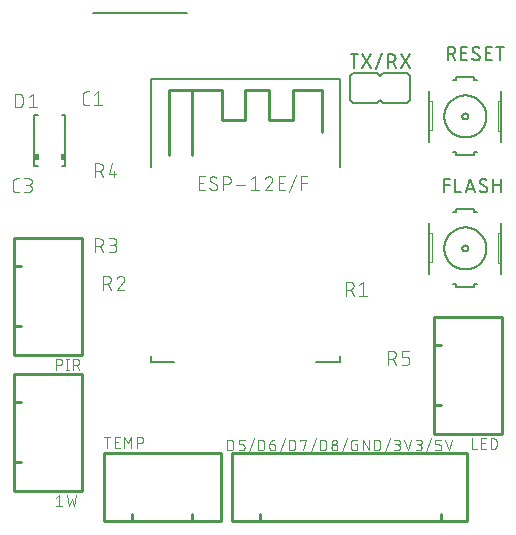
<source format=gbr>
G04 EAGLE Gerber RS-274X export*
G75*
%MOMM*%
%FSLAX34Y34*%
%LPD*%
%INSilkscreen Top*%
%IPPOS*%
%AMOC8*
5,1,8,0,0,1.08239X$1,22.5*%
G01*
%ADD10C,0.127000*%
%ADD11C,0.254000*%
%ADD12C,0.101600*%
%ADD13C,0.152400*%
%ADD14C,0.050800*%
%ADD15R,0.350000X0.500000*%


D10*
X403300Y263200D02*
X423300Y263200D01*
X423300Y268200D01*
X423300Y503200D02*
X263300Y503200D01*
X423300Y503200D02*
X423300Y428200D01*
X263300Y428200D02*
X263300Y503200D01*
X263300Y268200D02*
X263300Y263200D01*
X283300Y263200D01*
D11*
X278300Y438200D02*
X278300Y493200D01*
X298300Y493200D01*
X323300Y493200D01*
X323300Y468200D01*
X343300Y468200D01*
X343300Y493200D01*
X363300Y493200D01*
X363300Y468200D01*
X383300Y468200D01*
X383300Y493200D01*
X408300Y493200D01*
X408300Y458200D01*
X298300Y438200D02*
X298300Y493200D01*
D12*
X303808Y408708D02*
X309001Y408708D01*
X303808Y408708D02*
X303808Y420392D01*
X309001Y420392D01*
X307703Y415199D02*
X303808Y415199D01*
X316824Y408708D02*
X316923Y408710D01*
X317023Y408716D01*
X317122Y408725D01*
X317220Y408738D01*
X317318Y408755D01*
X317416Y408776D01*
X317512Y408801D01*
X317607Y408829D01*
X317701Y408861D01*
X317794Y408896D01*
X317886Y408935D01*
X317976Y408978D01*
X318064Y409023D01*
X318151Y409073D01*
X318235Y409125D01*
X318318Y409181D01*
X318398Y409239D01*
X318476Y409301D01*
X318551Y409366D01*
X318624Y409434D01*
X318694Y409504D01*
X318762Y409577D01*
X318827Y409652D01*
X318889Y409730D01*
X318947Y409810D01*
X319003Y409893D01*
X319055Y409977D01*
X319105Y410064D01*
X319150Y410152D01*
X319193Y410242D01*
X319232Y410334D01*
X319267Y410427D01*
X319299Y410521D01*
X319327Y410616D01*
X319352Y410712D01*
X319373Y410810D01*
X319390Y410908D01*
X319403Y411006D01*
X319412Y411105D01*
X319418Y411205D01*
X319420Y411304D01*
X316824Y408708D02*
X316680Y408710D01*
X316535Y408716D01*
X316391Y408725D01*
X316248Y408738D01*
X316104Y408755D01*
X315961Y408776D01*
X315819Y408801D01*
X315678Y408829D01*
X315537Y408861D01*
X315397Y408897D01*
X315258Y408936D01*
X315120Y408979D01*
X314984Y409026D01*
X314848Y409076D01*
X314714Y409130D01*
X314582Y409187D01*
X314451Y409248D01*
X314322Y409312D01*
X314194Y409380D01*
X314068Y409450D01*
X313944Y409525D01*
X313823Y409602D01*
X313703Y409683D01*
X313585Y409766D01*
X313470Y409853D01*
X313357Y409943D01*
X313246Y410036D01*
X313138Y410131D01*
X313032Y410230D01*
X312929Y410331D01*
X313254Y417796D02*
X313256Y417895D01*
X313262Y417995D01*
X313271Y418094D01*
X313284Y418192D01*
X313301Y418290D01*
X313322Y418388D01*
X313347Y418484D01*
X313375Y418579D01*
X313407Y418673D01*
X313442Y418766D01*
X313481Y418858D01*
X313524Y418948D01*
X313569Y419036D01*
X313619Y419123D01*
X313671Y419207D01*
X313727Y419290D01*
X313785Y419370D01*
X313847Y419448D01*
X313912Y419523D01*
X313980Y419596D01*
X314050Y419666D01*
X314123Y419734D01*
X314198Y419799D01*
X314276Y419861D01*
X314356Y419919D01*
X314439Y419975D01*
X314523Y420027D01*
X314610Y420077D01*
X314698Y420122D01*
X314788Y420165D01*
X314880Y420204D01*
X314973Y420239D01*
X315067Y420271D01*
X315162Y420299D01*
X315259Y420324D01*
X315356Y420345D01*
X315454Y420362D01*
X315552Y420375D01*
X315651Y420384D01*
X315751Y420390D01*
X315850Y420392D01*
X315986Y420390D01*
X316122Y420384D01*
X316258Y420375D01*
X316394Y420362D01*
X316529Y420344D01*
X316663Y420324D01*
X316797Y420299D01*
X316931Y420271D01*
X317063Y420238D01*
X317194Y420203D01*
X317325Y420163D01*
X317454Y420120D01*
X317582Y420074D01*
X317708Y420023D01*
X317834Y419970D01*
X317957Y419912D01*
X318079Y419852D01*
X318199Y419788D01*
X318318Y419720D01*
X318434Y419650D01*
X318548Y419576D01*
X318661Y419499D01*
X318771Y419418D01*
X314552Y415524D02*
X314466Y415577D01*
X314382Y415634D01*
X314300Y415693D01*
X314220Y415756D01*
X314143Y415822D01*
X314068Y415890D01*
X313996Y415962D01*
X313927Y416036D01*
X313861Y416113D01*
X313798Y416192D01*
X313738Y416274D01*
X313681Y416358D01*
X313627Y416444D01*
X313577Y416532D01*
X313530Y416622D01*
X313486Y416713D01*
X313447Y416807D01*
X313410Y416901D01*
X313378Y416997D01*
X313349Y417095D01*
X313324Y417193D01*
X313303Y417292D01*
X313285Y417392D01*
X313272Y417492D01*
X313262Y417593D01*
X313256Y417695D01*
X313254Y417796D01*
X318123Y413576D02*
X318209Y413523D01*
X318293Y413466D01*
X318375Y413407D01*
X318455Y413344D01*
X318532Y413278D01*
X318607Y413210D01*
X318679Y413138D01*
X318748Y413064D01*
X318814Y412987D01*
X318877Y412908D01*
X318937Y412826D01*
X318994Y412742D01*
X319048Y412656D01*
X319098Y412568D01*
X319145Y412478D01*
X319189Y412387D01*
X319228Y412293D01*
X319265Y412199D01*
X319297Y412103D01*
X319326Y412005D01*
X319351Y411907D01*
X319372Y411808D01*
X319390Y411708D01*
X319403Y411608D01*
X319413Y411507D01*
X319419Y411405D01*
X319421Y411304D01*
X318122Y413576D02*
X314552Y415524D01*
X324529Y420392D02*
X324529Y408708D01*
X324529Y420392D02*
X327774Y420392D01*
X327887Y420390D01*
X328000Y420384D01*
X328113Y420374D01*
X328226Y420360D01*
X328338Y420343D01*
X328449Y420321D01*
X328559Y420296D01*
X328669Y420266D01*
X328777Y420233D01*
X328884Y420196D01*
X328990Y420156D01*
X329094Y420111D01*
X329197Y420063D01*
X329298Y420012D01*
X329397Y419957D01*
X329494Y419899D01*
X329589Y419837D01*
X329682Y419772D01*
X329772Y419704D01*
X329860Y419633D01*
X329946Y419558D01*
X330029Y419481D01*
X330109Y419401D01*
X330186Y419318D01*
X330261Y419232D01*
X330332Y419144D01*
X330400Y419054D01*
X330465Y418961D01*
X330527Y418866D01*
X330585Y418769D01*
X330640Y418670D01*
X330691Y418569D01*
X330739Y418466D01*
X330784Y418362D01*
X330824Y418256D01*
X330861Y418149D01*
X330894Y418041D01*
X330924Y417931D01*
X330949Y417821D01*
X330971Y417710D01*
X330988Y417598D01*
X331002Y417485D01*
X331012Y417372D01*
X331018Y417259D01*
X331020Y417146D01*
X331018Y417033D01*
X331012Y416920D01*
X331002Y416807D01*
X330988Y416694D01*
X330971Y416582D01*
X330949Y416471D01*
X330924Y416361D01*
X330894Y416251D01*
X330861Y416143D01*
X330824Y416036D01*
X330784Y415930D01*
X330739Y415826D01*
X330691Y415723D01*
X330640Y415622D01*
X330585Y415523D01*
X330527Y415426D01*
X330465Y415331D01*
X330400Y415238D01*
X330332Y415148D01*
X330261Y415060D01*
X330186Y414974D01*
X330109Y414891D01*
X330029Y414811D01*
X329946Y414734D01*
X329860Y414659D01*
X329772Y414588D01*
X329682Y414520D01*
X329589Y414455D01*
X329494Y414393D01*
X329397Y414335D01*
X329298Y414280D01*
X329197Y414229D01*
X329094Y414181D01*
X328990Y414136D01*
X328884Y414096D01*
X328777Y414059D01*
X328669Y414026D01*
X328559Y413996D01*
X328449Y413971D01*
X328338Y413949D01*
X328226Y413932D01*
X328113Y413918D01*
X328000Y413908D01*
X327887Y413902D01*
X327774Y413900D01*
X327774Y413901D02*
X324529Y413901D01*
X335521Y413252D02*
X343311Y413252D01*
X348362Y417796D02*
X351608Y420392D01*
X351608Y408708D01*
X354853Y408708D02*
X348362Y408708D01*
X363362Y420392D02*
X363469Y420390D01*
X363575Y420384D01*
X363681Y420374D01*
X363787Y420361D01*
X363893Y420343D01*
X363997Y420322D01*
X364101Y420297D01*
X364204Y420268D01*
X364305Y420236D01*
X364405Y420199D01*
X364504Y420159D01*
X364602Y420116D01*
X364698Y420069D01*
X364792Y420018D01*
X364884Y419964D01*
X364974Y419907D01*
X365062Y419847D01*
X365147Y419783D01*
X365230Y419716D01*
X365311Y419646D01*
X365389Y419574D01*
X365465Y419498D01*
X365537Y419420D01*
X365607Y419339D01*
X365674Y419256D01*
X365738Y419171D01*
X365798Y419083D01*
X365855Y418993D01*
X365909Y418901D01*
X365960Y418807D01*
X366007Y418711D01*
X366050Y418613D01*
X366090Y418514D01*
X366127Y418414D01*
X366159Y418313D01*
X366188Y418210D01*
X366213Y418106D01*
X366234Y418002D01*
X366252Y417896D01*
X366265Y417790D01*
X366275Y417684D01*
X366281Y417578D01*
X366283Y417471D01*
X363362Y420392D02*
X363241Y420390D01*
X363120Y420384D01*
X363000Y420374D01*
X362879Y420361D01*
X362760Y420343D01*
X362640Y420322D01*
X362522Y420297D01*
X362405Y420268D01*
X362288Y420235D01*
X362173Y420199D01*
X362059Y420158D01*
X361946Y420115D01*
X361834Y420067D01*
X361725Y420016D01*
X361617Y419961D01*
X361510Y419903D01*
X361406Y419842D01*
X361304Y419777D01*
X361204Y419709D01*
X361106Y419638D01*
X361010Y419564D01*
X360917Y419487D01*
X360827Y419406D01*
X360739Y419323D01*
X360654Y419237D01*
X360571Y419148D01*
X360492Y419057D01*
X360415Y418963D01*
X360342Y418867D01*
X360272Y418769D01*
X360205Y418668D01*
X360141Y418565D01*
X360081Y418460D01*
X360024Y418353D01*
X359970Y418245D01*
X359920Y418135D01*
X359874Y418023D01*
X359831Y417910D01*
X359792Y417795D01*
X365310Y415199D02*
X365389Y415276D01*
X365465Y415357D01*
X365538Y415440D01*
X365608Y415525D01*
X365675Y415613D01*
X365739Y415703D01*
X365799Y415795D01*
X365856Y415890D01*
X365910Y415986D01*
X365961Y416084D01*
X366008Y416184D01*
X366052Y416286D01*
X366092Y416389D01*
X366128Y416493D01*
X366160Y416599D01*
X366189Y416705D01*
X366214Y416813D01*
X366236Y416921D01*
X366253Y417031D01*
X366267Y417140D01*
X366276Y417250D01*
X366282Y417361D01*
X366284Y417471D01*
X365310Y415199D02*
X359792Y408708D01*
X366283Y408708D01*
X371626Y408708D02*
X376819Y408708D01*
X371626Y408708D02*
X371626Y420392D01*
X376819Y420392D01*
X375521Y415199D02*
X371626Y415199D01*
X380634Y407410D02*
X385827Y421690D01*
X390676Y420392D02*
X390676Y408708D01*
X390676Y420392D02*
X395869Y420392D01*
X395869Y415199D02*
X390676Y415199D01*
X428498Y330962D02*
X428498Y319278D01*
X428498Y330962D02*
X431744Y330962D01*
X431857Y330960D01*
X431970Y330954D01*
X432083Y330944D01*
X432196Y330930D01*
X432308Y330913D01*
X432419Y330891D01*
X432529Y330866D01*
X432639Y330836D01*
X432747Y330803D01*
X432854Y330766D01*
X432960Y330726D01*
X433064Y330681D01*
X433167Y330633D01*
X433268Y330582D01*
X433367Y330527D01*
X433464Y330469D01*
X433559Y330407D01*
X433652Y330342D01*
X433742Y330274D01*
X433830Y330203D01*
X433916Y330128D01*
X433999Y330051D01*
X434079Y329971D01*
X434156Y329888D01*
X434231Y329802D01*
X434302Y329714D01*
X434370Y329624D01*
X434435Y329531D01*
X434497Y329436D01*
X434555Y329339D01*
X434610Y329240D01*
X434661Y329139D01*
X434709Y329036D01*
X434754Y328932D01*
X434794Y328826D01*
X434831Y328719D01*
X434864Y328611D01*
X434894Y328501D01*
X434919Y328391D01*
X434941Y328280D01*
X434958Y328168D01*
X434972Y328055D01*
X434982Y327942D01*
X434988Y327829D01*
X434990Y327716D01*
X434988Y327603D01*
X434982Y327490D01*
X434972Y327377D01*
X434958Y327264D01*
X434941Y327152D01*
X434919Y327041D01*
X434894Y326931D01*
X434864Y326821D01*
X434831Y326713D01*
X434794Y326606D01*
X434754Y326500D01*
X434709Y326396D01*
X434661Y326293D01*
X434610Y326192D01*
X434555Y326093D01*
X434497Y325996D01*
X434435Y325901D01*
X434370Y325808D01*
X434302Y325718D01*
X434231Y325630D01*
X434156Y325544D01*
X434079Y325461D01*
X433999Y325381D01*
X433916Y325304D01*
X433830Y325229D01*
X433742Y325158D01*
X433652Y325090D01*
X433559Y325025D01*
X433464Y324963D01*
X433367Y324905D01*
X433268Y324850D01*
X433167Y324799D01*
X433064Y324751D01*
X432960Y324706D01*
X432854Y324666D01*
X432747Y324629D01*
X432639Y324596D01*
X432529Y324566D01*
X432419Y324541D01*
X432308Y324519D01*
X432196Y324502D01*
X432083Y324488D01*
X431970Y324478D01*
X431857Y324472D01*
X431744Y324470D01*
X431744Y324471D02*
X428498Y324471D01*
X432393Y324471D02*
X434989Y319278D01*
X439854Y328366D02*
X443100Y330962D01*
X443100Y319278D01*
X446345Y319278D02*
X439854Y319278D01*
D13*
X521970Y438150D02*
X521970Y440690D01*
X521970Y438150D02*
X537210Y438150D01*
X537210Y440690D01*
X537210Y501650D02*
X537210Y504190D01*
X521970Y504190D01*
X521970Y501650D01*
D14*
X557530Y483870D02*
X560070Y483870D01*
X557530Y483870D02*
X557530Y458470D01*
X560070Y458470D01*
X501650Y459740D02*
X501650Y483870D01*
X501650Y459740D02*
X499110Y459740D01*
X499110Y483870D02*
X501650Y483870D01*
D13*
X499110Y483870D02*
X499110Y492760D01*
X560070Y458470D02*
X560070Y449580D01*
X560070Y458470D02*
X560070Y483870D01*
X560070Y492760D01*
X499110Y483870D02*
X499110Y459740D01*
X499110Y449580D01*
X519430Y440690D02*
X521970Y440690D01*
X537210Y440690D02*
X539750Y440690D01*
X521970Y501650D02*
X519430Y501650D01*
X537210Y501650D02*
X539750Y501650D01*
X511810Y471170D02*
X511815Y471606D01*
X511831Y472042D01*
X511858Y472478D01*
X511896Y472913D01*
X511944Y473346D01*
X512002Y473779D01*
X512072Y474210D01*
X512152Y474639D01*
X512242Y475066D01*
X512343Y475490D01*
X512454Y475912D01*
X512576Y476331D01*
X512707Y476747D01*
X512849Y477160D01*
X513001Y477569D01*
X513163Y477974D01*
X513335Y478375D01*
X513517Y478772D01*
X513708Y479164D01*
X513909Y479551D01*
X514120Y479934D01*
X514340Y480311D01*
X514569Y480682D01*
X514806Y481048D01*
X515053Y481408D01*
X515309Y481762D01*
X515573Y482109D01*
X515846Y482450D01*
X516127Y482783D01*
X516416Y483110D01*
X516713Y483430D01*
X517018Y483742D01*
X517330Y484047D01*
X517650Y484344D01*
X517977Y484633D01*
X518310Y484914D01*
X518651Y485187D01*
X518998Y485451D01*
X519352Y485707D01*
X519712Y485954D01*
X520078Y486191D01*
X520449Y486420D01*
X520826Y486640D01*
X521209Y486851D01*
X521596Y487052D01*
X521988Y487243D01*
X522385Y487425D01*
X522786Y487597D01*
X523191Y487759D01*
X523600Y487911D01*
X524013Y488053D01*
X524429Y488184D01*
X524848Y488306D01*
X525270Y488417D01*
X525694Y488518D01*
X526121Y488608D01*
X526550Y488688D01*
X526981Y488758D01*
X527414Y488816D01*
X527847Y488864D01*
X528282Y488902D01*
X528718Y488929D01*
X529154Y488945D01*
X529590Y488950D01*
X530026Y488945D01*
X530462Y488929D01*
X530898Y488902D01*
X531333Y488864D01*
X531766Y488816D01*
X532199Y488758D01*
X532630Y488688D01*
X533059Y488608D01*
X533486Y488518D01*
X533910Y488417D01*
X534332Y488306D01*
X534751Y488184D01*
X535167Y488053D01*
X535580Y487911D01*
X535989Y487759D01*
X536394Y487597D01*
X536795Y487425D01*
X537192Y487243D01*
X537584Y487052D01*
X537971Y486851D01*
X538354Y486640D01*
X538731Y486420D01*
X539102Y486191D01*
X539468Y485954D01*
X539828Y485707D01*
X540182Y485451D01*
X540529Y485187D01*
X540870Y484914D01*
X541203Y484633D01*
X541530Y484344D01*
X541850Y484047D01*
X542162Y483742D01*
X542467Y483430D01*
X542764Y483110D01*
X543053Y482783D01*
X543334Y482450D01*
X543607Y482109D01*
X543871Y481762D01*
X544127Y481408D01*
X544374Y481048D01*
X544611Y480682D01*
X544840Y480311D01*
X545060Y479934D01*
X545271Y479551D01*
X545472Y479164D01*
X545663Y478772D01*
X545845Y478375D01*
X546017Y477974D01*
X546179Y477569D01*
X546331Y477160D01*
X546473Y476747D01*
X546604Y476331D01*
X546726Y475912D01*
X546837Y475490D01*
X546938Y475066D01*
X547028Y474639D01*
X547108Y474210D01*
X547178Y473779D01*
X547236Y473346D01*
X547284Y472913D01*
X547322Y472478D01*
X547349Y472042D01*
X547365Y471606D01*
X547370Y471170D01*
X547365Y470734D01*
X547349Y470298D01*
X547322Y469862D01*
X547284Y469427D01*
X547236Y468994D01*
X547178Y468561D01*
X547108Y468130D01*
X547028Y467701D01*
X546938Y467274D01*
X546837Y466850D01*
X546726Y466428D01*
X546604Y466009D01*
X546473Y465593D01*
X546331Y465180D01*
X546179Y464771D01*
X546017Y464366D01*
X545845Y463965D01*
X545663Y463568D01*
X545472Y463176D01*
X545271Y462789D01*
X545060Y462406D01*
X544840Y462029D01*
X544611Y461658D01*
X544374Y461292D01*
X544127Y460932D01*
X543871Y460578D01*
X543607Y460231D01*
X543334Y459890D01*
X543053Y459557D01*
X542764Y459230D01*
X542467Y458910D01*
X542162Y458598D01*
X541850Y458293D01*
X541530Y457996D01*
X541203Y457707D01*
X540870Y457426D01*
X540529Y457153D01*
X540182Y456889D01*
X539828Y456633D01*
X539468Y456386D01*
X539102Y456149D01*
X538731Y455920D01*
X538354Y455700D01*
X537971Y455489D01*
X537584Y455288D01*
X537192Y455097D01*
X536795Y454915D01*
X536394Y454743D01*
X535989Y454581D01*
X535580Y454429D01*
X535167Y454287D01*
X534751Y454156D01*
X534332Y454034D01*
X533910Y453923D01*
X533486Y453822D01*
X533059Y453732D01*
X532630Y453652D01*
X532199Y453582D01*
X531766Y453524D01*
X531333Y453476D01*
X530898Y453438D01*
X530462Y453411D01*
X530026Y453395D01*
X529590Y453390D01*
X529154Y453395D01*
X528718Y453411D01*
X528282Y453438D01*
X527847Y453476D01*
X527414Y453524D01*
X526981Y453582D01*
X526550Y453652D01*
X526121Y453732D01*
X525694Y453822D01*
X525270Y453923D01*
X524848Y454034D01*
X524429Y454156D01*
X524013Y454287D01*
X523600Y454429D01*
X523191Y454581D01*
X522786Y454743D01*
X522385Y454915D01*
X521988Y455097D01*
X521596Y455288D01*
X521209Y455489D01*
X520826Y455700D01*
X520449Y455920D01*
X520078Y456149D01*
X519712Y456386D01*
X519352Y456633D01*
X518998Y456889D01*
X518651Y457153D01*
X518310Y457426D01*
X517977Y457707D01*
X517650Y457996D01*
X517330Y458293D01*
X517018Y458598D01*
X516713Y458910D01*
X516416Y459230D01*
X516127Y459557D01*
X515846Y459890D01*
X515573Y460231D01*
X515309Y460578D01*
X515053Y460932D01*
X514806Y461292D01*
X514569Y461658D01*
X514340Y462029D01*
X514120Y462406D01*
X513909Y462789D01*
X513708Y463176D01*
X513517Y463568D01*
X513335Y463965D01*
X513163Y464366D01*
X513001Y464771D01*
X512849Y465180D01*
X512707Y465593D01*
X512576Y466009D01*
X512454Y466428D01*
X512343Y466850D01*
X512242Y467274D01*
X512152Y467701D01*
X512072Y468130D01*
X512002Y468561D01*
X511944Y468994D01*
X511896Y469427D01*
X511858Y469862D01*
X511831Y470298D01*
X511815Y470734D01*
X511810Y471170D01*
X527050Y471170D02*
X527052Y471270D01*
X527058Y471371D01*
X527068Y471470D01*
X527082Y471570D01*
X527099Y471669D01*
X527121Y471767D01*
X527147Y471864D01*
X527176Y471960D01*
X527209Y472054D01*
X527246Y472148D01*
X527286Y472240D01*
X527330Y472330D01*
X527378Y472418D01*
X527429Y472505D01*
X527483Y472589D01*
X527541Y472671D01*
X527602Y472751D01*
X527666Y472828D01*
X527733Y472903D01*
X527803Y472975D01*
X527876Y473044D01*
X527951Y473110D01*
X528029Y473174D01*
X528109Y473234D01*
X528192Y473291D01*
X528277Y473344D01*
X528364Y473394D01*
X528453Y473441D01*
X528543Y473484D01*
X528635Y473524D01*
X528729Y473560D01*
X528824Y473592D01*
X528920Y473620D01*
X529018Y473645D01*
X529116Y473665D01*
X529215Y473682D01*
X529315Y473695D01*
X529414Y473704D01*
X529515Y473709D01*
X529615Y473710D01*
X529715Y473707D01*
X529816Y473700D01*
X529915Y473689D01*
X530015Y473674D01*
X530113Y473656D01*
X530211Y473633D01*
X530308Y473606D01*
X530403Y473576D01*
X530498Y473542D01*
X530591Y473504D01*
X530682Y473463D01*
X530772Y473418D01*
X530860Y473370D01*
X530946Y473318D01*
X531030Y473263D01*
X531111Y473204D01*
X531190Y473142D01*
X531267Y473078D01*
X531341Y473010D01*
X531412Y472939D01*
X531481Y472866D01*
X531546Y472790D01*
X531609Y472711D01*
X531668Y472630D01*
X531724Y472547D01*
X531777Y472462D01*
X531826Y472374D01*
X531872Y472285D01*
X531914Y472194D01*
X531953Y472101D01*
X531988Y472007D01*
X532019Y471912D01*
X532047Y471815D01*
X532070Y471718D01*
X532090Y471619D01*
X532106Y471520D01*
X532118Y471421D01*
X532126Y471320D01*
X532130Y471220D01*
X532130Y471120D01*
X532126Y471020D01*
X532118Y470919D01*
X532106Y470820D01*
X532090Y470721D01*
X532070Y470622D01*
X532047Y470525D01*
X532019Y470428D01*
X531988Y470333D01*
X531953Y470239D01*
X531914Y470146D01*
X531872Y470055D01*
X531826Y469966D01*
X531777Y469878D01*
X531724Y469793D01*
X531668Y469710D01*
X531609Y469629D01*
X531546Y469550D01*
X531481Y469474D01*
X531412Y469401D01*
X531341Y469330D01*
X531267Y469262D01*
X531190Y469198D01*
X531111Y469136D01*
X531030Y469077D01*
X530946Y469022D01*
X530860Y468970D01*
X530772Y468922D01*
X530682Y468877D01*
X530591Y468836D01*
X530498Y468798D01*
X530403Y468764D01*
X530308Y468734D01*
X530211Y468707D01*
X530113Y468684D01*
X530015Y468666D01*
X529915Y468651D01*
X529816Y468640D01*
X529715Y468633D01*
X529615Y468630D01*
X529515Y468631D01*
X529414Y468636D01*
X529315Y468645D01*
X529215Y468658D01*
X529116Y468675D01*
X529018Y468695D01*
X528920Y468720D01*
X528824Y468748D01*
X528729Y468780D01*
X528635Y468816D01*
X528543Y468856D01*
X528453Y468899D01*
X528364Y468946D01*
X528277Y468996D01*
X528192Y469049D01*
X528109Y469106D01*
X528029Y469166D01*
X527951Y469230D01*
X527876Y469296D01*
X527803Y469365D01*
X527733Y469437D01*
X527666Y469512D01*
X527602Y469589D01*
X527541Y469669D01*
X527483Y469751D01*
X527429Y469835D01*
X527378Y469922D01*
X527330Y470010D01*
X527286Y470100D01*
X527246Y470192D01*
X527209Y470286D01*
X527176Y470380D01*
X527147Y470476D01*
X527121Y470573D01*
X527099Y470671D01*
X527082Y470770D01*
X527068Y470870D01*
X527058Y470969D01*
X527052Y471070D01*
X527050Y471170D01*
D10*
X514560Y518795D02*
X514560Y530225D01*
X517735Y530225D01*
X517846Y530223D01*
X517956Y530217D01*
X518067Y530208D01*
X518177Y530194D01*
X518286Y530177D01*
X518395Y530156D01*
X518503Y530131D01*
X518610Y530102D01*
X518716Y530070D01*
X518821Y530034D01*
X518924Y529994D01*
X519026Y529951D01*
X519127Y529904D01*
X519226Y529853D01*
X519323Y529800D01*
X519417Y529743D01*
X519510Y529682D01*
X519601Y529619D01*
X519690Y529552D01*
X519776Y529482D01*
X519859Y529409D01*
X519941Y529334D01*
X520019Y529256D01*
X520094Y529174D01*
X520167Y529091D01*
X520237Y529005D01*
X520304Y528916D01*
X520367Y528825D01*
X520428Y528732D01*
X520485Y528637D01*
X520538Y528541D01*
X520589Y528442D01*
X520636Y528341D01*
X520679Y528239D01*
X520719Y528136D01*
X520755Y528031D01*
X520787Y527925D01*
X520816Y527818D01*
X520841Y527710D01*
X520862Y527601D01*
X520879Y527492D01*
X520893Y527382D01*
X520902Y527271D01*
X520908Y527161D01*
X520910Y527050D01*
X520908Y526939D01*
X520902Y526829D01*
X520893Y526718D01*
X520879Y526608D01*
X520862Y526499D01*
X520841Y526390D01*
X520816Y526282D01*
X520787Y526175D01*
X520755Y526069D01*
X520719Y525964D01*
X520679Y525861D01*
X520636Y525759D01*
X520589Y525658D01*
X520538Y525559D01*
X520485Y525463D01*
X520428Y525368D01*
X520367Y525275D01*
X520304Y525184D01*
X520237Y525095D01*
X520167Y525009D01*
X520094Y524926D01*
X520019Y524844D01*
X519941Y524766D01*
X519859Y524691D01*
X519776Y524618D01*
X519690Y524548D01*
X519601Y524481D01*
X519510Y524418D01*
X519417Y524357D01*
X519323Y524300D01*
X519226Y524247D01*
X519127Y524196D01*
X519026Y524149D01*
X518924Y524106D01*
X518821Y524066D01*
X518716Y524030D01*
X518610Y523998D01*
X518503Y523969D01*
X518395Y523944D01*
X518286Y523923D01*
X518177Y523906D01*
X518067Y523892D01*
X517956Y523883D01*
X517846Y523877D01*
X517735Y523875D01*
X514560Y523875D01*
X518370Y523875D02*
X520910Y518795D01*
X526313Y518795D02*
X531393Y518795D01*
X526313Y518795D02*
X526313Y530225D01*
X531393Y530225D01*
X530123Y525145D02*
X526313Y525145D01*
X539242Y518795D02*
X539342Y518797D01*
X539441Y518803D01*
X539541Y518813D01*
X539639Y518826D01*
X539738Y518844D01*
X539835Y518865D01*
X539931Y518890D01*
X540027Y518919D01*
X540121Y518952D01*
X540214Y518988D01*
X540305Y519028D01*
X540395Y519072D01*
X540483Y519119D01*
X540569Y519169D01*
X540653Y519223D01*
X540735Y519280D01*
X540814Y519340D01*
X540892Y519404D01*
X540966Y519470D01*
X541038Y519539D01*
X541107Y519611D01*
X541173Y519685D01*
X541237Y519763D01*
X541297Y519842D01*
X541354Y519924D01*
X541408Y520008D01*
X541458Y520094D01*
X541505Y520182D01*
X541549Y520272D01*
X541589Y520363D01*
X541625Y520456D01*
X541658Y520550D01*
X541687Y520646D01*
X541712Y520742D01*
X541733Y520839D01*
X541751Y520938D01*
X541764Y521036D01*
X541774Y521136D01*
X541780Y521235D01*
X541782Y521335D01*
X539242Y518795D02*
X539101Y518797D01*
X538960Y518802D01*
X538819Y518812D01*
X538678Y518825D01*
X538538Y518841D01*
X538398Y518862D01*
X538259Y518886D01*
X538120Y518914D01*
X537983Y518945D01*
X537846Y518980D01*
X537710Y519018D01*
X537575Y519060D01*
X537442Y519106D01*
X537309Y519155D01*
X537178Y519208D01*
X537049Y519264D01*
X536920Y519323D01*
X536794Y519386D01*
X536669Y519452D01*
X536546Y519521D01*
X536425Y519594D01*
X536306Y519670D01*
X536188Y519749D01*
X536073Y519830D01*
X535961Y519915D01*
X535850Y520003D01*
X535742Y520094D01*
X535636Y520187D01*
X535533Y520284D01*
X535432Y520383D01*
X535750Y527685D02*
X535752Y527785D01*
X535758Y527884D01*
X535768Y527984D01*
X535781Y528082D01*
X535799Y528181D01*
X535820Y528278D01*
X535845Y528374D01*
X535874Y528470D01*
X535907Y528564D01*
X535943Y528657D01*
X535983Y528748D01*
X536027Y528838D01*
X536074Y528926D01*
X536124Y529012D01*
X536178Y529096D01*
X536235Y529178D01*
X536295Y529257D01*
X536359Y529335D01*
X536425Y529409D01*
X536494Y529481D01*
X536566Y529550D01*
X536640Y529616D01*
X536718Y529680D01*
X536797Y529740D01*
X536879Y529797D01*
X536963Y529851D01*
X537049Y529901D01*
X537137Y529948D01*
X537227Y529992D01*
X537318Y530032D01*
X537411Y530068D01*
X537505Y530101D01*
X537601Y530130D01*
X537697Y530155D01*
X537794Y530176D01*
X537893Y530194D01*
X537991Y530207D01*
X538091Y530217D01*
X538190Y530223D01*
X538290Y530225D01*
X538290Y530226D02*
X538423Y530224D01*
X538556Y530219D01*
X538689Y530209D01*
X538822Y530196D01*
X538954Y530179D01*
X539086Y530159D01*
X539217Y530135D01*
X539347Y530107D01*
X539477Y530076D01*
X539605Y530041D01*
X539733Y530002D01*
X539859Y529960D01*
X539984Y529914D01*
X540108Y529865D01*
X540231Y529813D01*
X540352Y529757D01*
X540471Y529697D01*
X540589Y529635D01*
X540704Y529569D01*
X540818Y529500D01*
X540930Y529427D01*
X541040Y529352D01*
X541148Y529273D01*
X537019Y525462D02*
X536935Y525514D01*
X536852Y525569D01*
X536772Y525628D01*
X536694Y525689D01*
X536619Y525753D01*
X536546Y525821D01*
X536475Y525891D01*
X536408Y525963D01*
X536343Y526038D01*
X536281Y526116D01*
X536222Y526196D01*
X536166Y526278D01*
X536114Y526362D01*
X536065Y526448D01*
X536019Y526536D01*
X535976Y526626D01*
X535937Y526717D01*
X535902Y526810D01*
X535870Y526904D01*
X535842Y526999D01*
X535817Y527095D01*
X535797Y527192D01*
X535779Y527290D01*
X535766Y527388D01*
X535757Y527487D01*
X535751Y527586D01*
X535749Y527685D01*
X540512Y523558D02*
X540596Y523506D01*
X540679Y523451D01*
X540759Y523392D01*
X540837Y523331D01*
X540912Y523267D01*
X540985Y523199D01*
X541056Y523129D01*
X541123Y523057D01*
X541188Y522982D01*
X541250Y522904D01*
X541309Y522824D01*
X541365Y522742D01*
X541417Y522658D01*
X541466Y522572D01*
X541512Y522484D01*
X541555Y522394D01*
X541594Y522303D01*
X541629Y522210D01*
X541661Y522116D01*
X541689Y522021D01*
X541714Y521925D01*
X541734Y521828D01*
X541752Y521730D01*
X541765Y521632D01*
X541774Y521533D01*
X541780Y521434D01*
X541782Y521335D01*
X540512Y523558D02*
X537020Y525463D01*
X546887Y518795D02*
X551967Y518795D01*
X546887Y518795D02*
X546887Y530225D01*
X551967Y530225D01*
X550697Y525145D02*
X546887Y525145D01*
X558800Y530225D02*
X558800Y518795D01*
X555625Y530225D02*
X561975Y530225D01*
D13*
X521970Y328930D02*
X521970Y326390D01*
X537210Y326390D01*
X537210Y328930D01*
X537210Y389890D02*
X537210Y392430D01*
X521970Y392430D01*
X521970Y389890D01*
D14*
X557530Y372110D02*
X560070Y372110D01*
X557530Y372110D02*
X557530Y346710D01*
X560070Y346710D01*
X501650Y347980D02*
X501650Y372110D01*
X501650Y347980D02*
X499110Y347980D01*
X499110Y372110D02*
X501650Y372110D01*
D13*
X499110Y372110D02*
X499110Y381000D01*
X560070Y346710D02*
X560070Y337820D01*
X560070Y346710D02*
X560070Y372110D01*
X560070Y381000D01*
X499110Y372110D02*
X499110Y347980D01*
X499110Y337820D01*
X519430Y328930D02*
X521970Y328930D01*
X537210Y328930D02*
X539750Y328930D01*
X521970Y389890D02*
X519430Y389890D01*
X537210Y389890D02*
X539750Y389890D01*
X511810Y359410D02*
X511815Y359846D01*
X511831Y360282D01*
X511858Y360718D01*
X511896Y361153D01*
X511944Y361586D01*
X512002Y362019D01*
X512072Y362450D01*
X512152Y362879D01*
X512242Y363306D01*
X512343Y363730D01*
X512454Y364152D01*
X512576Y364571D01*
X512707Y364987D01*
X512849Y365400D01*
X513001Y365809D01*
X513163Y366214D01*
X513335Y366615D01*
X513517Y367012D01*
X513708Y367404D01*
X513909Y367791D01*
X514120Y368174D01*
X514340Y368551D01*
X514569Y368922D01*
X514806Y369288D01*
X515053Y369648D01*
X515309Y370002D01*
X515573Y370349D01*
X515846Y370690D01*
X516127Y371023D01*
X516416Y371350D01*
X516713Y371670D01*
X517018Y371982D01*
X517330Y372287D01*
X517650Y372584D01*
X517977Y372873D01*
X518310Y373154D01*
X518651Y373427D01*
X518998Y373691D01*
X519352Y373947D01*
X519712Y374194D01*
X520078Y374431D01*
X520449Y374660D01*
X520826Y374880D01*
X521209Y375091D01*
X521596Y375292D01*
X521988Y375483D01*
X522385Y375665D01*
X522786Y375837D01*
X523191Y375999D01*
X523600Y376151D01*
X524013Y376293D01*
X524429Y376424D01*
X524848Y376546D01*
X525270Y376657D01*
X525694Y376758D01*
X526121Y376848D01*
X526550Y376928D01*
X526981Y376998D01*
X527414Y377056D01*
X527847Y377104D01*
X528282Y377142D01*
X528718Y377169D01*
X529154Y377185D01*
X529590Y377190D01*
X530026Y377185D01*
X530462Y377169D01*
X530898Y377142D01*
X531333Y377104D01*
X531766Y377056D01*
X532199Y376998D01*
X532630Y376928D01*
X533059Y376848D01*
X533486Y376758D01*
X533910Y376657D01*
X534332Y376546D01*
X534751Y376424D01*
X535167Y376293D01*
X535580Y376151D01*
X535989Y375999D01*
X536394Y375837D01*
X536795Y375665D01*
X537192Y375483D01*
X537584Y375292D01*
X537971Y375091D01*
X538354Y374880D01*
X538731Y374660D01*
X539102Y374431D01*
X539468Y374194D01*
X539828Y373947D01*
X540182Y373691D01*
X540529Y373427D01*
X540870Y373154D01*
X541203Y372873D01*
X541530Y372584D01*
X541850Y372287D01*
X542162Y371982D01*
X542467Y371670D01*
X542764Y371350D01*
X543053Y371023D01*
X543334Y370690D01*
X543607Y370349D01*
X543871Y370002D01*
X544127Y369648D01*
X544374Y369288D01*
X544611Y368922D01*
X544840Y368551D01*
X545060Y368174D01*
X545271Y367791D01*
X545472Y367404D01*
X545663Y367012D01*
X545845Y366615D01*
X546017Y366214D01*
X546179Y365809D01*
X546331Y365400D01*
X546473Y364987D01*
X546604Y364571D01*
X546726Y364152D01*
X546837Y363730D01*
X546938Y363306D01*
X547028Y362879D01*
X547108Y362450D01*
X547178Y362019D01*
X547236Y361586D01*
X547284Y361153D01*
X547322Y360718D01*
X547349Y360282D01*
X547365Y359846D01*
X547370Y359410D01*
X547365Y358974D01*
X547349Y358538D01*
X547322Y358102D01*
X547284Y357667D01*
X547236Y357234D01*
X547178Y356801D01*
X547108Y356370D01*
X547028Y355941D01*
X546938Y355514D01*
X546837Y355090D01*
X546726Y354668D01*
X546604Y354249D01*
X546473Y353833D01*
X546331Y353420D01*
X546179Y353011D01*
X546017Y352606D01*
X545845Y352205D01*
X545663Y351808D01*
X545472Y351416D01*
X545271Y351029D01*
X545060Y350646D01*
X544840Y350269D01*
X544611Y349898D01*
X544374Y349532D01*
X544127Y349172D01*
X543871Y348818D01*
X543607Y348471D01*
X543334Y348130D01*
X543053Y347797D01*
X542764Y347470D01*
X542467Y347150D01*
X542162Y346838D01*
X541850Y346533D01*
X541530Y346236D01*
X541203Y345947D01*
X540870Y345666D01*
X540529Y345393D01*
X540182Y345129D01*
X539828Y344873D01*
X539468Y344626D01*
X539102Y344389D01*
X538731Y344160D01*
X538354Y343940D01*
X537971Y343729D01*
X537584Y343528D01*
X537192Y343337D01*
X536795Y343155D01*
X536394Y342983D01*
X535989Y342821D01*
X535580Y342669D01*
X535167Y342527D01*
X534751Y342396D01*
X534332Y342274D01*
X533910Y342163D01*
X533486Y342062D01*
X533059Y341972D01*
X532630Y341892D01*
X532199Y341822D01*
X531766Y341764D01*
X531333Y341716D01*
X530898Y341678D01*
X530462Y341651D01*
X530026Y341635D01*
X529590Y341630D01*
X529154Y341635D01*
X528718Y341651D01*
X528282Y341678D01*
X527847Y341716D01*
X527414Y341764D01*
X526981Y341822D01*
X526550Y341892D01*
X526121Y341972D01*
X525694Y342062D01*
X525270Y342163D01*
X524848Y342274D01*
X524429Y342396D01*
X524013Y342527D01*
X523600Y342669D01*
X523191Y342821D01*
X522786Y342983D01*
X522385Y343155D01*
X521988Y343337D01*
X521596Y343528D01*
X521209Y343729D01*
X520826Y343940D01*
X520449Y344160D01*
X520078Y344389D01*
X519712Y344626D01*
X519352Y344873D01*
X518998Y345129D01*
X518651Y345393D01*
X518310Y345666D01*
X517977Y345947D01*
X517650Y346236D01*
X517330Y346533D01*
X517018Y346838D01*
X516713Y347150D01*
X516416Y347470D01*
X516127Y347797D01*
X515846Y348130D01*
X515573Y348471D01*
X515309Y348818D01*
X515053Y349172D01*
X514806Y349532D01*
X514569Y349898D01*
X514340Y350269D01*
X514120Y350646D01*
X513909Y351029D01*
X513708Y351416D01*
X513517Y351808D01*
X513335Y352205D01*
X513163Y352606D01*
X513001Y353011D01*
X512849Y353420D01*
X512707Y353833D01*
X512576Y354249D01*
X512454Y354668D01*
X512343Y355090D01*
X512242Y355514D01*
X512152Y355941D01*
X512072Y356370D01*
X512002Y356801D01*
X511944Y357234D01*
X511896Y357667D01*
X511858Y358102D01*
X511831Y358538D01*
X511815Y358974D01*
X511810Y359410D01*
X527050Y359410D02*
X527052Y359510D01*
X527058Y359611D01*
X527068Y359710D01*
X527082Y359810D01*
X527099Y359909D01*
X527121Y360007D01*
X527147Y360104D01*
X527176Y360200D01*
X527209Y360294D01*
X527246Y360388D01*
X527286Y360480D01*
X527330Y360570D01*
X527378Y360658D01*
X527429Y360745D01*
X527483Y360829D01*
X527541Y360911D01*
X527602Y360991D01*
X527666Y361068D01*
X527733Y361143D01*
X527803Y361215D01*
X527876Y361284D01*
X527951Y361350D01*
X528029Y361414D01*
X528109Y361474D01*
X528192Y361531D01*
X528277Y361584D01*
X528364Y361634D01*
X528453Y361681D01*
X528543Y361724D01*
X528635Y361764D01*
X528729Y361800D01*
X528824Y361832D01*
X528920Y361860D01*
X529018Y361885D01*
X529116Y361905D01*
X529215Y361922D01*
X529315Y361935D01*
X529414Y361944D01*
X529515Y361949D01*
X529615Y361950D01*
X529715Y361947D01*
X529816Y361940D01*
X529915Y361929D01*
X530015Y361914D01*
X530113Y361896D01*
X530211Y361873D01*
X530308Y361846D01*
X530403Y361816D01*
X530498Y361782D01*
X530591Y361744D01*
X530682Y361703D01*
X530772Y361658D01*
X530860Y361610D01*
X530946Y361558D01*
X531030Y361503D01*
X531111Y361444D01*
X531190Y361382D01*
X531267Y361318D01*
X531341Y361250D01*
X531412Y361179D01*
X531481Y361106D01*
X531546Y361030D01*
X531609Y360951D01*
X531668Y360870D01*
X531724Y360787D01*
X531777Y360702D01*
X531826Y360614D01*
X531872Y360525D01*
X531914Y360434D01*
X531953Y360341D01*
X531988Y360247D01*
X532019Y360152D01*
X532047Y360055D01*
X532070Y359958D01*
X532090Y359859D01*
X532106Y359760D01*
X532118Y359661D01*
X532126Y359560D01*
X532130Y359460D01*
X532130Y359360D01*
X532126Y359260D01*
X532118Y359159D01*
X532106Y359060D01*
X532090Y358961D01*
X532070Y358862D01*
X532047Y358765D01*
X532019Y358668D01*
X531988Y358573D01*
X531953Y358479D01*
X531914Y358386D01*
X531872Y358295D01*
X531826Y358206D01*
X531777Y358118D01*
X531724Y358033D01*
X531668Y357950D01*
X531609Y357869D01*
X531546Y357790D01*
X531481Y357714D01*
X531412Y357641D01*
X531341Y357570D01*
X531267Y357502D01*
X531190Y357438D01*
X531111Y357376D01*
X531030Y357317D01*
X530946Y357262D01*
X530860Y357210D01*
X530772Y357162D01*
X530682Y357117D01*
X530591Y357076D01*
X530498Y357038D01*
X530403Y357004D01*
X530308Y356974D01*
X530211Y356947D01*
X530113Y356924D01*
X530015Y356906D01*
X529915Y356891D01*
X529816Y356880D01*
X529715Y356873D01*
X529615Y356870D01*
X529515Y356871D01*
X529414Y356876D01*
X529315Y356885D01*
X529215Y356898D01*
X529116Y356915D01*
X529018Y356935D01*
X528920Y356960D01*
X528824Y356988D01*
X528729Y357020D01*
X528635Y357056D01*
X528543Y357096D01*
X528453Y357139D01*
X528364Y357186D01*
X528277Y357236D01*
X528192Y357289D01*
X528109Y357346D01*
X528029Y357406D01*
X527951Y357470D01*
X527876Y357536D01*
X527803Y357605D01*
X527733Y357677D01*
X527666Y357752D01*
X527602Y357829D01*
X527541Y357909D01*
X527483Y357991D01*
X527429Y358075D01*
X527378Y358162D01*
X527330Y358250D01*
X527286Y358340D01*
X527246Y358432D01*
X527209Y358526D01*
X527176Y358620D01*
X527147Y358716D01*
X527121Y358813D01*
X527099Y358911D01*
X527082Y359010D01*
X527068Y359110D01*
X527058Y359209D01*
X527052Y359310D01*
X527050Y359410D01*
D10*
X511200Y407035D02*
X511200Y418465D01*
X516280Y418465D01*
X516280Y413385D02*
X511200Y413385D01*
X521106Y418465D02*
X521106Y407035D01*
X526186Y407035D01*
X529971Y407035D02*
X533781Y418465D01*
X537591Y407035D01*
X536639Y409893D02*
X530924Y409893D01*
X545465Y407035D02*
X545565Y407037D01*
X545664Y407043D01*
X545764Y407053D01*
X545862Y407066D01*
X545961Y407084D01*
X546058Y407105D01*
X546154Y407130D01*
X546250Y407159D01*
X546344Y407192D01*
X546437Y407228D01*
X546528Y407268D01*
X546618Y407312D01*
X546706Y407359D01*
X546792Y407409D01*
X546876Y407463D01*
X546958Y407520D01*
X547037Y407580D01*
X547115Y407644D01*
X547189Y407710D01*
X547261Y407779D01*
X547330Y407851D01*
X547396Y407925D01*
X547460Y408003D01*
X547520Y408082D01*
X547577Y408164D01*
X547631Y408248D01*
X547681Y408334D01*
X547728Y408422D01*
X547772Y408512D01*
X547812Y408603D01*
X547848Y408696D01*
X547881Y408790D01*
X547910Y408886D01*
X547935Y408982D01*
X547956Y409079D01*
X547974Y409178D01*
X547987Y409276D01*
X547997Y409376D01*
X548003Y409475D01*
X548005Y409575D01*
X545465Y407035D02*
X545324Y407037D01*
X545183Y407042D01*
X545042Y407052D01*
X544901Y407065D01*
X544761Y407081D01*
X544621Y407102D01*
X544482Y407126D01*
X544343Y407154D01*
X544206Y407185D01*
X544069Y407220D01*
X543933Y407258D01*
X543798Y407300D01*
X543665Y407346D01*
X543532Y407395D01*
X543401Y407448D01*
X543272Y407504D01*
X543143Y407563D01*
X543017Y407626D01*
X542892Y407692D01*
X542769Y407761D01*
X542648Y407834D01*
X542529Y407910D01*
X542411Y407989D01*
X542296Y408070D01*
X542184Y408155D01*
X542073Y408243D01*
X541965Y408334D01*
X541859Y408427D01*
X541756Y408524D01*
X541655Y408623D01*
X541973Y415925D02*
X541975Y416025D01*
X541981Y416124D01*
X541991Y416224D01*
X542004Y416322D01*
X542022Y416421D01*
X542043Y416518D01*
X542068Y416614D01*
X542097Y416710D01*
X542130Y416804D01*
X542166Y416897D01*
X542206Y416988D01*
X542250Y417078D01*
X542297Y417166D01*
X542347Y417252D01*
X542401Y417336D01*
X542458Y417418D01*
X542518Y417497D01*
X542582Y417575D01*
X542648Y417649D01*
X542717Y417721D01*
X542789Y417790D01*
X542863Y417856D01*
X542941Y417920D01*
X543020Y417980D01*
X543102Y418037D01*
X543186Y418091D01*
X543272Y418141D01*
X543360Y418188D01*
X543450Y418232D01*
X543541Y418272D01*
X543634Y418308D01*
X543728Y418341D01*
X543824Y418370D01*
X543920Y418395D01*
X544017Y418416D01*
X544116Y418434D01*
X544214Y418447D01*
X544314Y418457D01*
X544413Y418463D01*
X544513Y418465D01*
X544513Y418466D02*
X544646Y418464D01*
X544779Y418459D01*
X544912Y418449D01*
X545045Y418436D01*
X545177Y418419D01*
X545309Y418399D01*
X545440Y418375D01*
X545570Y418347D01*
X545700Y418316D01*
X545828Y418281D01*
X545956Y418242D01*
X546082Y418200D01*
X546207Y418154D01*
X546331Y418105D01*
X546454Y418053D01*
X546575Y417997D01*
X546694Y417937D01*
X546812Y417875D01*
X546927Y417809D01*
X547041Y417740D01*
X547153Y417667D01*
X547263Y417592D01*
X547371Y417513D01*
X543242Y413702D02*
X543158Y413754D01*
X543075Y413809D01*
X542995Y413868D01*
X542917Y413929D01*
X542842Y413993D01*
X542769Y414061D01*
X542698Y414131D01*
X542631Y414203D01*
X542566Y414278D01*
X542504Y414356D01*
X542445Y414436D01*
X542389Y414518D01*
X542337Y414602D01*
X542288Y414688D01*
X542242Y414776D01*
X542199Y414866D01*
X542160Y414957D01*
X542125Y415050D01*
X542093Y415144D01*
X542065Y415239D01*
X542040Y415335D01*
X542020Y415432D01*
X542002Y415530D01*
X541989Y415628D01*
X541980Y415727D01*
X541974Y415826D01*
X541972Y415925D01*
X546735Y411798D02*
X546819Y411746D01*
X546902Y411691D01*
X546982Y411632D01*
X547060Y411571D01*
X547135Y411507D01*
X547208Y411439D01*
X547279Y411369D01*
X547346Y411297D01*
X547411Y411222D01*
X547473Y411144D01*
X547532Y411064D01*
X547588Y410982D01*
X547640Y410898D01*
X547689Y410812D01*
X547735Y410724D01*
X547778Y410634D01*
X547817Y410543D01*
X547852Y410450D01*
X547884Y410356D01*
X547912Y410261D01*
X547937Y410165D01*
X547957Y410068D01*
X547975Y409970D01*
X547988Y409872D01*
X547997Y409773D01*
X548003Y409674D01*
X548005Y409575D01*
X546735Y411798D02*
X543243Y413703D01*
X553085Y418465D02*
X553085Y407035D01*
X553085Y413385D02*
X559435Y413385D01*
X559435Y418465D02*
X559435Y407035D01*
X294000Y558800D02*
X214000Y558800D01*
D13*
X190800Y429350D02*
X188100Y429350D01*
X190800Y429350D02*
X190800Y472350D01*
X188100Y472350D01*
X167500Y429350D02*
X164800Y429350D01*
X164800Y472350D01*
X167500Y472350D01*
D15*
X166550Y436850D03*
X189050Y436850D03*
D12*
X148240Y478808D02*
X148240Y490492D01*
X151485Y490492D01*
X151598Y490490D01*
X151711Y490484D01*
X151824Y490474D01*
X151937Y490460D01*
X152049Y490443D01*
X152160Y490421D01*
X152270Y490396D01*
X152380Y490366D01*
X152488Y490333D01*
X152595Y490296D01*
X152701Y490256D01*
X152805Y490211D01*
X152908Y490163D01*
X153009Y490112D01*
X153108Y490057D01*
X153205Y489999D01*
X153300Y489937D01*
X153393Y489872D01*
X153483Y489804D01*
X153571Y489733D01*
X153657Y489658D01*
X153740Y489581D01*
X153820Y489501D01*
X153897Y489418D01*
X153972Y489332D01*
X154043Y489244D01*
X154111Y489154D01*
X154176Y489061D01*
X154238Y488966D01*
X154296Y488869D01*
X154351Y488770D01*
X154402Y488669D01*
X154450Y488566D01*
X154495Y488462D01*
X154535Y488356D01*
X154572Y488249D01*
X154605Y488141D01*
X154635Y488031D01*
X154660Y487921D01*
X154682Y487810D01*
X154699Y487698D01*
X154713Y487585D01*
X154723Y487472D01*
X154729Y487359D01*
X154731Y487246D01*
X154731Y482054D01*
X154732Y482054D02*
X154730Y481941D01*
X154724Y481828D01*
X154714Y481715D01*
X154700Y481602D01*
X154683Y481490D01*
X154661Y481379D01*
X154636Y481269D01*
X154606Y481159D01*
X154573Y481051D01*
X154536Y480944D01*
X154496Y480838D01*
X154451Y480734D01*
X154403Y480631D01*
X154352Y480530D01*
X154297Y480431D01*
X154239Y480334D01*
X154177Y480239D01*
X154112Y480146D01*
X154044Y480056D01*
X153973Y479968D01*
X153898Y479882D01*
X153821Y479799D01*
X153741Y479719D01*
X153658Y479642D01*
X153572Y479567D01*
X153484Y479496D01*
X153394Y479428D01*
X153301Y479363D01*
X153206Y479301D01*
X153109Y479243D01*
X153010Y479188D01*
X152909Y479137D01*
X152806Y479089D01*
X152702Y479044D01*
X152596Y479004D01*
X152489Y478967D01*
X152381Y478934D01*
X152271Y478904D01*
X152161Y478879D01*
X152050Y478857D01*
X151938Y478840D01*
X151825Y478826D01*
X151712Y478816D01*
X151599Y478810D01*
X151486Y478808D01*
X151485Y478808D02*
X148240Y478808D01*
X160051Y487896D02*
X163296Y490492D01*
X163296Y478808D01*
X160051Y478808D02*
X166542Y478808D01*
X151751Y406908D02*
X149154Y406908D01*
X149055Y406910D01*
X148955Y406916D01*
X148856Y406925D01*
X148758Y406938D01*
X148660Y406955D01*
X148562Y406976D01*
X148466Y407001D01*
X148371Y407029D01*
X148277Y407061D01*
X148184Y407096D01*
X148092Y407135D01*
X148002Y407178D01*
X147914Y407223D01*
X147827Y407273D01*
X147743Y407325D01*
X147660Y407381D01*
X147580Y407439D01*
X147502Y407501D01*
X147427Y407566D01*
X147354Y407634D01*
X147284Y407704D01*
X147216Y407777D01*
X147151Y407852D01*
X147089Y407930D01*
X147031Y408010D01*
X146975Y408093D01*
X146923Y408177D01*
X146873Y408264D01*
X146828Y408352D01*
X146785Y408442D01*
X146746Y408534D01*
X146711Y408627D01*
X146679Y408721D01*
X146651Y408816D01*
X146626Y408912D01*
X146605Y409010D01*
X146588Y409108D01*
X146575Y409206D01*
X146566Y409305D01*
X146560Y409405D01*
X146558Y409504D01*
X146558Y415996D01*
X146560Y416095D01*
X146566Y416195D01*
X146575Y416294D01*
X146588Y416392D01*
X146605Y416490D01*
X146626Y416588D01*
X146651Y416684D01*
X146679Y416779D01*
X146711Y416873D01*
X146746Y416966D01*
X146785Y417058D01*
X146828Y417148D01*
X146873Y417236D01*
X146923Y417323D01*
X146975Y417407D01*
X147031Y417490D01*
X147089Y417570D01*
X147151Y417648D01*
X147216Y417723D01*
X147284Y417796D01*
X147354Y417866D01*
X147427Y417934D01*
X147502Y417999D01*
X147580Y418061D01*
X147660Y418119D01*
X147743Y418175D01*
X147827Y418227D01*
X147914Y418277D01*
X148002Y418322D01*
X148092Y418365D01*
X148184Y418404D01*
X148276Y418439D01*
X148371Y418471D01*
X148466Y418499D01*
X148562Y418524D01*
X148660Y418545D01*
X148758Y418562D01*
X148856Y418575D01*
X148955Y418584D01*
X149055Y418590D01*
X149154Y418592D01*
X151751Y418592D01*
X156116Y406908D02*
X159362Y406908D01*
X159475Y406910D01*
X159588Y406916D01*
X159701Y406926D01*
X159814Y406940D01*
X159926Y406957D01*
X160037Y406979D01*
X160147Y407004D01*
X160257Y407034D01*
X160365Y407067D01*
X160472Y407104D01*
X160578Y407144D01*
X160682Y407189D01*
X160785Y407237D01*
X160886Y407288D01*
X160985Y407343D01*
X161082Y407401D01*
X161177Y407463D01*
X161270Y407528D01*
X161360Y407596D01*
X161448Y407667D01*
X161534Y407742D01*
X161617Y407819D01*
X161697Y407899D01*
X161774Y407982D01*
X161849Y408068D01*
X161920Y408156D01*
X161988Y408246D01*
X162053Y408339D01*
X162115Y408434D01*
X162173Y408531D01*
X162228Y408630D01*
X162279Y408731D01*
X162327Y408834D01*
X162372Y408938D01*
X162412Y409044D01*
X162449Y409151D01*
X162482Y409259D01*
X162512Y409369D01*
X162537Y409479D01*
X162559Y409590D01*
X162576Y409702D01*
X162590Y409815D01*
X162600Y409928D01*
X162606Y410041D01*
X162608Y410154D01*
X162606Y410267D01*
X162600Y410380D01*
X162590Y410493D01*
X162576Y410606D01*
X162559Y410718D01*
X162537Y410829D01*
X162512Y410939D01*
X162482Y411049D01*
X162449Y411157D01*
X162412Y411264D01*
X162372Y411370D01*
X162327Y411474D01*
X162279Y411577D01*
X162228Y411678D01*
X162173Y411777D01*
X162115Y411874D01*
X162053Y411969D01*
X161988Y412062D01*
X161920Y412152D01*
X161849Y412240D01*
X161774Y412326D01*
X161697Y412409D01*
X161617Y412489D01*
X161534Y412566D01*
X161448Y412641D01*
X161360Y412712D01*
X161270Y412780D01*
X161177Y412845D01*
X161082Y412907D01*
X160985Y412965D01*
X160886Y413020D01*
X160785Y413071D01*
X160682Y413119D01*
X160578Y413164D01*
X160472Y413204D01*
X160365Y413241D01*
X160257Y413274D01*
X160147Y413304D01*
X160037Y413329D01*
X159926Y413351D01*
X159814Y413368D01*
X159701Y413382D01*
X159588Y413392D01*
X159475Y413398D01*
X159362Y413400D01*
X160011Y418592D02*
X156116Y418592D01*
X160011Y418592D02*
X160112Y418590D01*
X160212Y418584D01*
X160312Y418574D01*
X160412Y418561D01*
X160511Y418543D01*
X160610Y418522D01*
X160707Y418497D01*
X160804Y418468D01*
X160899Y418435D01*
X160993Y418399D01*
X161085Y418359D01*
X161176Y418316D01*
X161265Y418269D01*
X161352Y418219D01*
X161438Y418165D01*
X161521Y418108D01*
X161601Y418048D01*
X161680Y417985D01*
X161756Y417918D01*
X161829Y417849D01*
X161899Y417777D01*
X161967Y417703D01*
X162032Y417626D01*
X162093Y417546D01*
X162152Y417464D01*
X162207Y417380D01*
X162259Y417294D01*
X162308Y417206D01*
X162353Y417116D01*
X162395Y417024D01*
X162433Y416931D01*
X162467Y416836D01*
X162498Y416741D01*
X162525Y416644D01*
X162548Y416546D01*
X162568Y416447D01*
X162583Y416347D01*
X162595Y416247D01*
X162603Y416147D01*
X162607Y416046D01*
X162607Y415946D01*
X162603Y415845D01*
X162595Y415745D01*
X162583Y415645D01*
X162568Y415545D01*
X162548Y415446D01*
X162525Y415348D01*
X162498Y415251D01*
X162467Y415156D01*
X162433Y415061D01*
X162395Y414968D01*
X162353Y414876D01*
X162308Y414786D01*
X162259Y414698D01*
X162207Y414612D01*
X162152Y414528D01*
X162093Y414446D01*
X162032Y414366D01*
X161967Y414289D01*
X161899Y414215D01*
X161829Y414143D01*
X161756Y414074D01*
X161680Y414007D01*
X161601Y413944D01*
X161521Y413884D01*
X161438Y413827D01*
X161352Y413773D01*
X161265Y413723D01*
X161176Y413676D01*
X161085Y413633D01*
X160993Y413593D01*
X160899Y413557D01*
X160804Y413524D01*
X160707Y413495D01*
X160610Y413470D01*
X160511Y413449D01*
X160412Y413431D01*
X160312Y413418D01*
X160212Y413408D01*
X160112Y413402D01*
X160011Y413400D01*
X160011Y413399D02*
X157414Y413399D01*
X222945Y336042D02*
X222945Y324358D01*
X222945Y336042D02*
X226190Y336042D01*
X226303Y336040D01*
X226416Y336034D01*
X226529Y336024D01*
X226642Y336010D01*
X226754Y335993D01*
X226865Y335971D01*
X226975Y335946D01*
X227085Y335916D01*
X227193Y335883D01*
X227300Y335846D01*
X227406Y335806D01*
X227510Y335761D01*
X227613Y335713D01*
X227714Y335662D01*
X227813Y335607D01*
X227910Y335549D01*
X228005Y335487D01*
X228098Y335422D01*
X228188Y335354D01*
X228276Y335283D01*
X228362Y335208D01*
X228445Y335131D01*
X228525Y335051D01*
X228602Y334968D01*
X228677Y334882D01*
X228748Y334794D01*
X228816Y334704D01*
X228881Y334611D01*
X228943Y334516D01*
X229001Y334419D01*
X229056Y334320D01*
X229107Y334219D01*
X229155Y334116D01*
X229200Y334012D01*
X229240Y333906D01*
X229277Y333799D01*
X229310Y333691D01*
X229340Y333581D01*
X229365Y333471D01*
X229387Y333360D01*
X229404Y333248D01*
X229418Y333135D01*
X229428Y333022D01*
X229434Y332909D01*
X229436Y332796D01*
X229434Y332683D01*
X229428Y332570D01*
X229418Y332457D01*
X229404Y332344D01*
X229387Y332232D01*
X229365Y332121D01*
X229340Y332011D01*
X229310Y331901D01*
X229277Y331793D01*
X229240Y331686D01*
X229200Y331580D01*
X229155Y331476D01*
X229107Y331373D01*
X229056Y331272D01*
X229001Y331173D01*
X228943Y331076D01*
X228881Y330981D01*
X228816Y330888D01*
X228748Y330798D01*
X228677Y330710D01*
X228602Y330624D01*
X228525Y330541D01*
X228445Y330461D01*
X228362Y330384D01*
X228276Y330309D01*
X228188Y330238D01*
X228098Y330170D01*
X228005Y330105D01*
X227910Y330043D01*
X227813Y329985D01*
X227714Y329930D01*
X227613Y329879D01*
X227510Y329831D01*
X227406Y329786D01*
X227300Y329746D01*
X227193Y329709D01*
X227085Y329676D01*
X226975Y329646D01*
X226865Y329621D01*
X226754Y329599D01*
X226642Y329582D01*
X226529Y329568D01*
X226416Y329558D01*
X226303Y329552D01*
X226190Y329550D01*
X226190Y329551D02*
X222945Y329551D01*
X226839Y329551D02*
X229436Y324358D01*
X240792Y333121D02*
X240790Y333228D01*
X240784Y333334D01*
X240774Y333440D01*
X240761Y333546D01*
X240743Y333652D01*
X240722Y333756D01*
X240697Y333860D01*
X240668Y333963D01*
X240636Y334064D01*
X240599Y334164D01*
X240559Y334263D01*
X240516Y334361D01*
X240469Y334457D01*
X240418Y334551D01*
X240364Y334643D01*
X240307Y334733D01*
X240247Y334821D01*
X240183Y334906D01*
X240116Y334989D01*
X240046Y335070D01*
X239974Y335148D01*
X239898Y335224D01*
X239820Y335296D01*
X239739Y335366D01*
X239656Y335433D01*
X239571Y335497D01*
X239483Y335557D01*
X239393Y335614D01*
X239301Y335668D01*
X239207Y335719D01*
X239111Y335766D01*
X239013Y335809D01*
X238914Y335849D01*
X238814Y335886D01*
X238713Y335918D01*
X238610Y335947D01*
X238506Y335972D01*
X238402Y335993D01*
X238296Y336011D01*
X238190Y336024D01*
X238084Y336034D01*
X237978Y336040D01*
X237871Y336042D01*
X237750Y336040D01*
X237629Y336034D01*
X237509Y336024D01*
X237388Y336011D01*
X237269Y335993D01*
X237149Y335972D01*
X237031Y335947D01*
X236914Y335918D01*
X236797Y335885D01*
X236682Y335849D01*
X236568Y335808D01*
X236455Y335765D01*
X236343Y335717D01*
X236234Y335666D01*
X236126Y335611D01*
X236019Y335553D01*
X235915Y335492D01*
X235813Y335427D01*
X235713Y335359D01*
X235615Y335288D01*
X235519Y335214D01*
X235426Y335137D01*
X235336Y335056D01*
X235248Y334973D01*
X235163Y334887D01*
X235080Y334798D01*
X235001Y334707D01*
X234924Y334613D01*
X234851Y334517D01*
X234781Y334419D01*
X234714Y334318D01*
X234650Y334215D01*
X234590Y334110D01*
X234533Y334003D01*
X234479Y333895D01*
X234429Y333785D01*
X234383Y333673D01*
X234340Y333560D01*
X234301Y333445D01*
X239819Y330849D02*
X239898Y330926D01*
X239974Y331007D01*
X240047Y331090D01*
X240117Y331175D01*
X240184Y331263D01*
X240248Y331353D01*
X240308Y331445D01*
X240365Y331540D01*
X240419Y331636D01*
X240470Y331734D01*
X240517Y331834D01*
X240561Y331936D01*
X240601Y332039D01*
X240637Y332143D01*
X240669Y332249D01*
X240698Y332355D01*
X240723Y332463D01*
X240745Y332571D01*
X240762Y332681D01*
X240776Y332790D01*
X240785Y332900D01*
X240791Y333011D01*
X240793Y333121D01*
X239818Y330849D02*
X234301Y324358D01*
X240792Y324358D01*
X216408Y356108D02*
X216408Y367792D01*
X219654Y367792D01*
X219767Y367790D01*
X219880Y367784D01*
X219993Y367774D01*
X220106Y367760D01*
X220218Y367743D01*
X220329Y367721D01*
X220439Y367696D01*
X220549Y367666D01*
X220657Y367633D01*
X220764Y367596D01*
X220870Y367556D01*
X220974Y367511D01*
X221077Y367463D01*
X221178Y367412D01*
X221277Y367357D01*
X221374Y367299D01*
X221469Y367237D01*
X221562Y367172D01*
X221652Y367104D01*
X221740Y367033D01*
X221826Y366958D01*
X221909Y366881D01*
X221989Y366801D01*
X222066Y366718D01*
X222141Y366632D01*
X222212Y366544D01*
X222280Y366454D01*
X222345Y366361D01*
X222407Y366266D01*
X222465Y366169D01*
X222520Y366070D01*
X222571Y365969D01*
X222619Y365866D01*
X222664Y365762D01*
X222704Y365656D01*
X222741Y365549D01*
X222774Y365441D01*
X222804Y365331D01*
X222829Y365221D01*
X222851Y365110D01*
X222868Y364998D01*
X222882Y364885D01*
X222892Y364772D01*
X222898Y364659D01*
X222900Y364546D01*
X222898Y364433D01*
X222892Y364320D01*
X222882Y364207D01*
X222868Y364094D01*
X222851Y363982D01*
X222829Y363871D01*
X222804Y363761D01*
X222774Y363651D01*
X222741Y363543D01*
X222704Y363436D01*
X222664Y363330D01*
X222619Y363226D01*
X222571Y363123D01*
X222520Y363022D01*
X222465Y362923D01*
X222407Y362826D01*
X222345Y362731D01*
X222280Y362638D01*
X222212Y362548D01*
X222141Y362460D01*
X222066Y362374D01*
X221989Y362291D01*
X221909Y362211D01*
X221826Y362134D01*
X221740Y362059D01*
X221652Y361988D01*
X221562Y361920D01*
X221469Y361855D01*
X221374Y361793D01*
X221277Y361735D01*
X221178Y361680D01*
X221077Y361629D01*
X220974Y361581D01*
X220870Y361536D01*
X220764Y361496D01*
X220657Y361459D01*
X220549Y361426D01*
X220439Y361396D01*
X220329Y361371D01*
X220218Y361349D01*
X220106Y361332D01*
X219993Y361318D01*
X219880Y361308D01*
X219767Y361302D01*
X219654Y361300D01*
X219654Y361301D02*
X216408Y361301D01*
X220303Y361301D02*
X222899Y356108D01*
X227764Y356108D02*
X231010Y356108D01*
X231123Y356110D01*
X231236Y356116D01*
X231349Y356126D01*
X231462Y356140D01*
X231574Y356157D01*
X231685Y356179D01*
X231795Y356204D01*
X231905Y356234D01*
X232013Y356267D01*
X232120Y356304D01*
X232226Y356344D01*
X232330Y356389D01*
X232433Y356437D01*
X232534Y356488D01*
X232633Y356543D01*
X232730Y356601D01*
X232825Y356663D01*
X232918Y356728D01*
X233008Y356796D01*
X233096Y356867D01*
X233182Y356942D01*
X233265Y357019D01*
X233345Y357099D01*
X233422Y357182D01*
X233497Y357268D01*
X233568Y357356D01*
X233636Y357446D01*
X233701Y357539D01*
X233763Y357634D01*
X233821Y357731D01*
X233876Y357830D01*
X233927Y357931D01*
X233975Y358034D01*
X234020Y358138D01*
X234060Y358244D01*
X234097Y358351D01*
X234130Y358459D01*
X234160Y358569D01*
X234185Y358679D01*
X234207Y358790D01*
X234224Y358902D01*
X234238Y359015D01*
X234248Y359128D01*
X234254Y359241D01*
X234256Y359354D01*
X234254Y359467D01*
X234248Y359580D01*
X234238Y359693D01*
X234224Y359806D01*
X234207Y359918D01*
X234185Y360029D01*
X234160Y360139D01*
X234130Y360249D01*
X234097Y360357D01*
X234060Y360464D01*
X234020Y360570D01*
X233975Y360674D01*
X233927Y360777D01*
X233876Y360878D01*
X233821Y360977D01*
X233763Y361074D01*
X233701Y361169D01*
X233636Y361262D01*
X233568Y361352D01*
X233497Y361440D01*
X233422Y361526D01*
X233345Y361609D01*
X233265Y361689D01*
X233182Y361766D01*
X233096Y361841D01*
X233008Y361912D01*
X232918Y361980D01*
X232825Y362045D01*
X232730Y362107D01*
X232633Y362165D01*
X232534Y362220D01*
X232433Y362271D01*
X232330Y362319D01*
X232226Y362364D01*
X232120Y362404D01*
X232013Y362441D01*
X231905Y362474D01*
X231795Y362504D01*
X231685Y362529D01*
X231574Y362551D01*
X231462Y362568D01*
X231349Y362582D01*
X231236Y362592D01*
X231123Y362598D01*
X231010Y362600D01*
X231659Y367792D02*
X227764Y367792D01*
X231659Y367792D02*
X231760Y367790D01*
X231860Y367784D01*
X231960Y367774D01*
X232060Y367761D01*
X232159Y367743D01*
X232258Y367722D01*
X232355Y367697D01*
X232452Y367668D01*
X232547Y367635D01*
X232641Y367599D01*
X232733Y367559D01*
X232824Y367516D01*
X232913Y367469D01*
X233000Y367419D01*
X233086Y367365D01*
X233169Y367308D01*
X233249Y367248D01*
X233328Y367185D01*
X233404Y367118D01*
X233477Y367049D01*
X233547Y366977D01*
X233615Y366903D01*
X233680Y366826D01*
X233741Y366746D01*
X233800Y366664D01*
X233855Y366580D01*
X233907Y366494D01*
X233956Y366406D01*
X234001Y366316D01*
X234043Y366224D01*
X234081Y366131D01*
X234115Y366036D01*
X234146Y365941D01*
X234173Y365844D01*
X234196Y365746D01*
X234216Y365647D01*
X234231Y365547D01*
X234243Y365447D01*
X234251Y365347D01*
X234255Y365246D01*
X234255Y365146D01*
X234251Y365045D01*
X234243Y364945D01*
X234231Y364845D01*
X234216Y364745D01*
X234196Y364646D01*
X234173Y364548D01*
X234146Y364451D01*
X234115Y364356D01*
X234081Y364261D01*
X234043Y364168D01*
X234001Y364076D01*
X233956Y363986D01*
X233907Y363898D01*
X233855Y363812D01*
X233800Y363728D01*
X233741Y363646D01*
X233680Y363566D01*
X233615Y363489D01*
X233547Y363415D01*
X233477Y363343D01*
X233404Y363274D01*
X233328Y363207D01*
X233249Y363144D01*
X233169Y363084D01*
X233086Y363027D01*
X233000Y362973D01*
X232913Y362923D01*
X232824Y362876D01*
X232733Y362833D01*
X232641Y362793D01*
X232547Y362757D01*
X232452Y362724D01*
X232355Y362695D01*
X232258Y362670D01*
X232159Y362649D01*
X232060Y362631D01*
X231960Y362618D01*
X231860Y362608D01*
X231760Y362602D01*
X231659Y362600D01*
X231659Y362599D02*
X229063Y362599D01*
X216408Y419608D02*
X216408Y431292D01*
X219654Y431292D01*
X219767Y431290D01*
X219880Y431284D01*
X219993Y431274D01*
X220106Y431260D01*
X220218Y431243D01*
X220329Y431221D01*
X220439Y431196D01*
X220549Y431166D01*
X220657Y431133D01*
X220764Y431096D01*
X220870Y431056D01*
X220974Y431011D01*
X221077Y430963D01*
X221178Y430912D01*
X221277Y430857D01*
X221374Y430799D01*
X221469Y430737D01*
X221562Y430672D01*
X221652Y430604D01*
X221740Y430533D01*
X221826Y430458D01*
X221909Y430381D01*
X221989Y430301D01*
X222066Y430218D01*
X222141Y430132D01*
X222212Y430044D01*
X222280Y429954D01*
X222345Y429861D01*
X222407Y429766D01*
X222465Y429669D01*
X222520Y429570D01*
X222571Y429469D01*
X222619Y429366D01*
X222664Y429262D01*
X222704Y429156D01*
X222741Y429049D01*
X222774Y428941D01*
X222804Y428831D01*
X222829Y428721D01*
X222851Y428610D01*
X222868Y428498D01*
X222882Y428385D01*
X222892Y428272D01*
X222898Y428159D01*
X222900Y428046D01*
X222898Y427933D01*
X222892Y427820D01*
X222882Y427707D01*
X222868Y427594D01*
X222851Y427482D01*
X222829Y427371D01*
X222804Y427261D01*
X222774Y427151D01*
X222741Y427043D01*
X222704Y426936D01*
X222664Y426830D01*
X222619Y426726D01*
X222571Y426623D01*
X222520Y426522D01*
X222465Y426423D01*
X222407Y426326D01*
X222345Y426231D01*
X222280Y426138D01*
X222212Y426048D01*
X222141Y425960D01*
X222066Y425874D01*
X221989Y425791D01*
X221909Y425711D01*
X221826Y425634D01*
X221740Y425559D01*
X221652Y425488D01*
X221562Y425420D01*
X221469Y425355D01*
X221374Y425293D01*
X221277Y425235D01*
X221178Y425180D01*
X221077Y425129D01*
X220974Y425081D01*
X220870Y425036D01*
X220764Y424996D01*
X220657Y424959D01*
X220549Y424926D01*
X220439Y424896D01*
X220329Y424871D01*
X220218Y424849D01*
X220106Y424832D01*
X219993Y424818D01*
X219880Y424808D01*
X219767Y424802D01*
X219654Y424800D01*
X219654Y424801D02*
X216408Y424801D01*
X220303Y424801D02*
X222899Y419608D01*
X227764Y422204D02*
X230361Y431292D01*
X227764Y422204D02*
X234255Y422204D01*
X232308Y424801D02*
X232308Y419608D01*
X464245Y272542D02*
X464245Y260858D01*
X464245Y272542D02*
X467490Y272542D01*
X467603Y272540D01*
X467716Y272534D01*
X467829Y272524D01*
X467942Y272510D01*
X468054Y272493D01*
X468165Y272471D01*
X468275Y272446D01*
X468385Y272416D01*
X468493Y272383D01*
X468600Y272346D01*
X468706Y272306D01*
X468810Y272261D01*
X468913Y272213D01*
X469014Y272162D01*
X469113Y272107D01*
X469210Y272049D01*
X469305Y271987D01*
X469398Y271922D01*
X469488Y271854D01*
X469576Y271783D01*
X469662Y271708D01*
X469745Y271631D01*
X469825Y271551D01*
X469902Y271468D01*
X469977Y271382D01*
X470048Y271294D01*
X470116Y271204D01*
X470181Y271111D01*
X470243Y271016D01*
X470301Y270919D01*
X470356Y270820D01*
X470407Y270719D01*
X470455Y270616D01*
X470500Y270512D01*
X470540Y270406D01*
X470577Y270299D01*
X470610Y270191D01*
X470640Y270081D01*
X470665Y269971D01*
X470687Y269860D01*
X470704Y269748D01*
X470718Y269635D01*
X470728Y269522D01*
X470734Y269409D01*
X470736Y269296D01*
X470734Y269183D01*
X470728Y269070D01*
X470718Y268957D01*
X470704Y268844D01*
X470687Y268732D01*
X470665Y268621D01*
X470640Y268511D01*
X470610Y268401D01*
X470577Y268293D01*
X470540Y268186D01*
X470500Y268080D01*
X470455Y267976D01*
X470407Y267873D01*
X470356Y267772D01*
X470301Y267673D01*
X470243Y267576D01*
X470181Y267481D01*
X470116Y267388D01*
X470048Y267298D01*
X469977Y267210D01*
X469902Y267124D01*
X469825Y267041D01*
X469745Y266961D01*
X469662Y266884D01*
X469576Y266809D01*
X469488Y266738D01*
X469398Y266670D01*
X469305Y266605D01*
X469210Y266543D01*
X469113Y266485D01*
X469014Y266430D01*
X468913Y266379D01*
X468810Y266331D01*
X468706Y266286D01*
X468600Y266246D01*
X468493Y266209D01*
X468385Y266176D01*
X468275Y266146D01*
X468165Y266121D01*
X468054Y266099D01*
X467942Y266082D01*
X467829Y266068D01*
X467716Y266058D01*
X467603Y266052D01*
X467490Y266050D01*
X467490Y266051D02*
X464245Y266051D01*
X468139Y266051D02*
X470736Y260858D01*
X475601Y260858D02*
X479496Y260858D01*
X479595Y260860D01*
X479695Y260866D01*
X479794Y260875D01*
X479892Y260888D01*
X479990Y260905D01*
X480088Y260926D01*
X480184Y260951D01*
X480279Y260979D01*
X480373Y261011D01*
X480466Y261046D01*
X480558Y261085D01*
X480648Y261128D01*
X480736Y261173D01*
X480823Y261223D01*
X480907Y261275D01*
X480990Y261331D01*
X481070Y261389D01*
X481148Y261451D01*
X481223Y261516D01*
X481296Y261584D01*
X481366Y261654D01*
X481434Y261727D01*
X481499Y261802D01*
X481561Y261880D01*
X481619Y261960D01*
X481675Y262043D01*
X481727Y262127D01*
X481777Y262214D01*
X481822Y262302D01*
X481865Y262392D01*
X481904Y262484D01*
X481939Y262577D01*
X481971Y262671D01*
X481999Y262766D01*
X482024Y262862D01*
X482045Y262960D01*
X482062Y263058D01*
X482075Y263156D01*
X482084Y263255D01*
X482090Y263355D01*
X482092Y263454D01*
X482092Y264753D01*
X482090Y264852D01*
X482084Y264952D01*
X482075Y265051D01*
X482062Y265149D01*
X482045Y265247D01*
X482024Y265345D01*
X481999Y265441D01*
X481971Y265536D01*
X481939Y265630D01*
X481904Y265723D01*
X481865Y265815D01*
X481822Y265905D01*
X481777Y265993D01*
X481727Y266080D01*
X481675Y266164D01*
X481619Y266247D01*
X481561Y266327D01*
X481499Y266405D01*
X481434Y266480D01*
X481366Y266553D01*
X481296Y266623D01*
X481223Y266691D01*
X481148Y266756D01*
X481070Y266818D01*
X480990Y266876D01*
X480907Y266932D01*
X480823Y266984D01*
X480736Y267034D01*
X480648Y267079D01*
X480558Y267122D01*
X480466Y267161D01*
X480373Y267196D01*
X480279Y267228D01*
X480184Y267256D01*
X480088Y267281D01*
X479990Y267302D01*
X479892Y267319D01*
X479794Y267332D01*
X479695Y267341D01*
X479595Y267347D01*
X479496Y267349D01*
X475601Y267349D01*
X475601Y272542D01*
X482092Y272542D01*
D11*
X322550Y186325D02*
X322550Y128825D01*
X322550Y186325D02*
X223550Y186325D01*
X223550Y128825D01*
X322550Y128825D01*
X247050Y129400D02*
X247050Y134400D01*
X298050Y134400D02*
X298050Y129400D01*
D12*
X226488Y190678D02*
X226488Y199822D01*
X223948Y199822D02*
X229028Y199822D01*
X232807Y190678D02*
X236871Y190678D01*
X232807Y190678D02*
X232807Y199822D01*
X236871Y199822D01*
X235855Y195758D02*
X232807Y195758D01*
X240814Y199822D02*
X240814Y190678D01*
X243862Y194742D02*
X240814Y199822D01*
X243862Y194742D02*
X246910Y199822D01*
X246910Y190678D01*
X251837Y190678D02*
X251837Y199822D01*
X254377Y199822D01*
X254477Y199820D01*
X254576Y199814D01*
X254676Y199804D01*
X254774Y199791D01*
X254873Y199773D01*
X254970Y199752D01*
X255066Y199727D01*
X255162Y199698D01*
X255256Y199665D01*
X255349Y199629D01*
X255440Y199589D01*
X255530Y199545D01*
X255618Y199498D01*
X255704Y199448D01*
X255788Y199394D01*
X255870Y199337D01*
X255949Y199277D01*
X256027Y199213D01*
X256101Y199147D01*
X256173Y199078D01*
X256242Y199006D01*
X256308Y198932D01*
X256372Y198854D01*
X256432Y198775D01*
X256489Y198693D01*
X256543Y198609D01*
X256593Y198523D01*
X256640Y198435D01*
X256684Y198345D01*
X256724Y198254D01*
X256760Y198161D01*
X256793Y198067D01*
X256822Y197971D01*
X256847Y197875D01*
X256868Y197778D01*
X256886Y197679D01*
X256899Y197581D01*
X256909Y197481D01*
X256915Y197382D01*
X256917Y197282D01*
X256915Y197182D01*
X256909Y197083D01*
X256899Y196983D01*
X256886Y196885D01*
X256868Y196786D01*
X256847Y196689D01*
X256822Y196593D01*
X256793Y196497D01*
X256760Y196403D01*
X256724Y196310D01*
X256684Y196219D01*
X256640Y196129D01*
X256593Y196041D01*
X256543Y195955D01*
X256489Y195871D01*
X256432Y195789D01*
X256372Y195710D01*
X256308Y195632D01*
X256242Y195558D01*
X256173Y195486D01*
X256101Y195417D01*
X256027Y195351D01*
X255949Y195287D01*
X255870Y195227D01*
X255788Y195170D01*
X255704Y195116D01*
X255618Y195066D01*
X255530Y195019D01*
X255440Y194975D01*
X255349Y194935D01*
X255256Y194899D01*
X255162Y194866D01*
X255066Y194837D01*
X254970Y194812D01*
X254873Y194791D01*
X254774Y194773D01*
X254676Y194760D01*
X254576Y194750D01*
X254477Y194744D01*
X254377Y194742D01*
X251837Y194742D01*
D11*
X205375Y153700D02*
X147875Y153700D01*
X205375Y153700D02*
X205375Y252700D01*
X147875Y252700D01*
X147875Y153700D01*
X148450Y229200D02*
X153450Y229200D01*
X153450Y178200D02*
X148450Y178200D01*
D12*
X183308Y148260D02*
X185848Y150292D01*
X185848Y141148D01*
X183308Y141148D02*
X188388Y141148D01*
X194179Y141148D02*
X192147Y150292D01*
X196211Y147244D02*
X194179Y141148D01*
X198243Y141148D02*
X196211Y147244D01*
X200275Y150292D02*
X198243Y141148D01*
D11*
X205375Y269270D02*
X147875Y269270D01*
X205375Y269270D02*
X205375Y368270D01*
X147875Y368270D01*
X147875Y269270D01*
X148450Y344770D02*
X153450Y344770D01*
X153450Y293770D02*
X148450Y293770D01*
D12*
X183308Y265862D02*
X183308Y256718D01*
X183308Y265862D02*
X185848Y265862D01*
X185948Y265860D01*
X186047Y265854D01*
X186147Y265844D01*
X186245Y265831D01*
X186344Y265813D01*
X186441Y265792D01*
X186537Y265767D01*
X186633Y265738D01*
X186727Y265705D01*
X186820Y265669D01*
X186911Y265629D01*
X187001Y265585D01*
X187089Y265538D01*
X187175Y265488D01*
X187259Y265434D01*
X187341Y265377D01*
X187420Y265317D01*
X187498Y265253D01*
X187572Y265187D01*
X187644Y265118D01*
X187713Y265046D01*
X187779Y264972D01*
X187843Y264894D01*
X187903Y264815D01*
X187960Y264733D01*
X188014Y264649D01*
X188064Y264563D01*
X188111Y264475D01*
X188155Y264385D01*
X188195Y264294D01*
X188231Y264201D01*
X188264Y264107D01*
X188293Y264011D01*
X188318Y263915D01*
X188339Y263818D01*
X188357Y263719D01*
X188370Y263621D01*
X188380Y263521D01*
X188386Y263422D01*
X188388Y263322D01*
X188386Y263222D01*
X188380Y263123D01*
X188370Y263023D01*
X188357Y262925D01*
X188339Y262826D01*
X188318Y262729D01*
X188293Y262633D01*
X188264Y262537D01*
X188231Y262443D01*
X188195Y262350D01*
X188155Y262259D01*
X188111Y262169D01*
X188064Y262081D01*
X188014Y261995D01*
X187960Y261911D01*
X187903Y261829D01*
X187843Y261750D01*
X187779Y261672D01*
X187713Y261598D01*
X187644Y261526D01*
X187572Y261457D01*
X187498Y261391D01*
X187420Y261327D01*
X187341Y261267D01*
X187259Y261210D01*
X187175Y261156D01*
X187089Y261106D01*
X187001Y261059D01*
X186911Y261015D01*
X186820Y260975D01*
X186727Y260939D01*
X186633Y260906D01*
X186537Y260877D01*
X186441Y260852D01*
X186344Y260831D01*
X186245Y260813D01*
X186147Y260800D01*
X186047Y260790D01*
X185948Y260784D01*
X185848Y260782D01*
X183308Y260782D01*
X192706Y256718D02*
X192706Y265862D01*
X191690Y256718D02*
X193722Y256718D01*
X193722Y265862D02*
X191690Y265862D01*
X197852Y265862D02*
X197852Y256718D01*
X197852Y265862D02*
X200392Y265862D01*
X200492Y265860D01*
X200591Y265854D01*
X200691Y265844D01*
X200789Y265831D01*
X200888Y265813D01*
X200985Y265792D01*
X201081Y265767D01*
X201177Y265738D01*
X201271Y265705D01*
X201364Y265669D01*
X201455Y265629D01*
X201545Y265585D01*
X201633Y265538D01*
X201719Y265488D01*
X201803Y265434D01*
X201885Y265377D01*
X201964Y265317D01*
X202042Y265253D01*
X202116Y265187D01*
X202188Y265118D01*
X202257Y265046D01*
X202323Y264972D01*
X202387Y264894D01*
X202447Y264815D01*
X202504Y264733D01*
X202558Y264649D01*
X202608Y264563D01*
X202655Y264475D01*
X202699Y264385D01*
X202739Y264294D01*
X202775Y264201D01*
X202808Y264107D01*
X202837Y264011D01*
X202862Y263915D01*
X202883Y263818D01*
X202901Y263719D01*
X202914Y263621D01*
X202924Y263521D01*
X202930Y263422D01*
X202932Y263322D01*
X202930Y263222D01*
X202924Y263123D01*
X202914Y263023D01*
X202901Y262925D01*
X202883Y262826D01*
X202862Y262729D01*
X202837Y262633D01*
X202808Y262537D01*
X202775Y262443D01*
X202739Y262350D01*
X202699Y262259D01*
X202655Y262169D01*
X202608Y262081D01*
X202558Y261995D01*
X202504Y261911D01*
X202447Y261829D01*
X202387Y261750D01*
X202323Y261672D01*
X202257Y261598D01*
X202188Y261526D01*
X202116Y261457D01*
X202042Y261391D01*
X201964Y261327D01*
X201885Y261267D01*
X201803Y261210D01*
X201719Y261156D01*
X201633Y261106D01*
X201545Y261059D01*
X201455Y261015D01*
X201364Y260975D01*
X201271Y260939D01*
X201177Y260906D01*
X201081Y260877D01*
X200985Y260852D01*
X200888Y260831D01*
X200789Y260813D01*
X200691Y260800D01*
X200591Y260790D01*
X200492Y260784D01*
X200392Y260782D01*
X197852Y260782D01*
X200900Y260782D02*
X202932Y256718D01*
D13*
X457200Y505460D02*
X459740Y508000D01*
X457200Y505460D02*
X454660Y508000D01*
X457200Y485140D02*
X459740Y482600D01*
X457200Y485140D02*
X454660Y482600D01*
X434340Y482600D01*
X431800Y485140D01*
X480060Y482600D02*
X482600Y485140D01*
X480060Y482600D02*
X459740Y482600D01*
X482600Y485140D02*
X482600Y505460D01*
X480060Y508000D01*
X459740Y508000D01*
X454660Y508000D02*
X434340Y508000D01*
X431800Y505460D01*
X431800Y485140D01*
D10*
X435610Y512445D02*
X435610Y523875D01*
X432435Y523875D02*
X438785Y523875D01*
X450088Y523875D02*
X442468Y512445D01*
X450088Y512445D02*
X442468Y523875D01*
X459105Y525145D02*
X454025Y511175D01*
X464141Y512445D02*
X464141Y523875D01*
X467316Y523875D01*
X467427Y523873D01*
X467537Y523867D01*
X467648Y523858D01*
X467758Y523844D01*
X467867Y523827D01*
X467976Y523806D01*
X468084Y523781D01*
X468191Y523752D01*
X468297Y523720D01*
X468402Y523684D01*
X468505Y523644D01*
X468607Y523601D01*
X468708Y523554D01*
X468807Y523503D01*
X468904Y523450D01*
X468998Y523393D01*
X469091Y523332D01*
X469182Y523269D01*
X469271Y523202D01*
X469357Y523132D01*
X469440Y523059D01*
X469522Y522984D01*
X469600Y522906D01*
X469675Y522824D01*
X469748Y522741D01*
X469818Y522655D01*
X469885Y522566D01*
X469948Y522475D01*
X470009Y522382D01*
X470066Y522287D01*
X470119Y522191D01*
X470170Y522092D01*
X470217Y521991D01*
X470260Y521889D01*
X470300Y521786D01*
X470336Y521681D01*
X470368Y521575D01*
X470397Y521468D01*
X470422Y521360D01*
X470443Y521251D01*
X470460Y521142D01*
X470474Y521032D01*
X470483Y520921D01*
X470489Y520811D01*
X470491Y520700D01*
X470489Y520589D01*
X470483Y520479D01*
X470474Y520368D01*
X470460Y520258D01*
X470443Y520149D01*
X470422Y520040D01*
X470397Y519932D01*
X470368Y519825D01*
X470336Y519719D01*
X470300Y519614D01*
X470260Y519511D01*
X470217Y519409D01*
X470170Y519308D01*
X470119Y519209D01*
X470066Y519112D01*
X470009Y519018D01*
X469948Y518925D01*
X469885Y518834D01*
X469818Y518745D01*
X469748Y518659D01*
X469675Y518576D01*
X469600Y518494D01*
X469522Y518416D01*
X469440Y518341D01*
X469357Y518268D01*
X469271Y518198D01*
X469182Y518131D01*
X469091Y518068D01*
X468998Y518007D01*
X468904Y517950D01*
X468807Y517897D01*
X468708Y517846D01*
X468607Y517799D01*
X468505Y517756D01*
X468402Y517716D01*
X468297Y517680D01*
X468191Y517648D01*
X468084Y517619D01*
X467976Y517594D01*
X467867Y517573D01*
X467758Y517556D01*
X467648Y517542D01*
X467537Y517533D01*
X467427Y517527D01*
X467316Y517525D01*
X464141Y517525D01*
X467951Y517525D02*
X470491Y512445D01*
X474853Y512445D02*
X482473Y523875D01*
X474853Y523875D02*
X482473Y512445D01*
D12*
X210886Y480568D02*
X208289Y480568D01*
X208190Y480570D01*
X208090Y480576D01*
X207991Y480585D01*
X207893Y480598D01*
X207795Y480615D01*
X207697Y480636D01*
X207601Y480661D01*
X207506Y480689D01*
X207412Y480721D01*
X207319Y480756D01*
X207227Y480795D01*
X207137Y480838D01*
X207049Y480883D01*
X206962Y480933D01*
X206878Y480985D01*
X206795Y481041D01*
X206715Y481099D01*
X206637Y481161D01*
X206562Y481226D01*
X206489Y481294D01*
X206419Y481364D01*
X206351Y481437D01*
X206286Y481512D01*
X206224Y481590D01*
X206166Y481670D01*
X206110Y481753D01*
X206058Y481837D01*
X206008Y481924D01*
X205963Y482012D01*
X205920Y482102D01*
X205881Y482194D01*
X205846Y482287D01*
X205814Y482381D01*
X205786Y482476D01*
X205761Y482572D01*
X205740Y482670D01*
X205723Y482768D01*
X205710Y482866D01*
X205701Y482965D01*
X205695Y483065D01*
X205693Y483164D01*
X205693Y489656D01*
X205695Y489755D01*
X205701Y489855D01*
X205710Y489954D01*
X205723Y490052D01*
X205740Y490150D01*
X205761Y490248D01*
X205786Y490344D01*
X205814Y490439D01*
X205846Y490533D01*
X205881Y490626D01*
X205920Y490718D01*
X205963Y490808D01*
X206008Y490896D01*
X206058Y490983D01*
X206110Y491067D01*
X206166Y491150D01*
X206224Y491230D01*
X206286Y491308D01*
X206351Y491383D01*
X206419Y491456D01*
X206489Y491526D01*
X206562Y491594D01*
X206637Y491659D01*
X206715Y491721D01*
X206795Y491779D01*
X206878Y491835D01*
X206962Y491887D01*
X207049Y491937D01*
X207137Y491982D01*
X207227Y492025D01*
X207319Y492064D01*
X207411Y492099D01*
X207506Y492131D01*
X207601Y492159D01*
X207697Y492184D01*
X207795Y492205D01*
X207893Y492222D01*
X207991Y492235D01*
X208090Y492244D01*
X208190Y492250D01*
X208289Y492252D01*
X210886Y492252D01*
X215251Y489656D02*
X218496Y492252D01*
X218496Y480568D01*
X215251Y480568D02*
X221742Y480568D01*
D11*
X503475Y201960D02*
X560975Y201960D01*
X560975Y300960D01*
X503475Y300960D01*
X503475Y201960D01*
X504050Y277460D02*
X509050Y277460D01*
X509050Y226460D02*
X504050Y226460D01*
D12*
X535098Y198552D02*
X535098Y189408D01*
X539162Y189408D01*
X543023Y189408D02*
X547087Y189408D01*
X543023Y189408D02*
X543023Y198552D01*
X547087Y198552D01*
X546071Y194488D02*
X543023Y194488D01*
X550927Y198552D02*
X550927Y189408D01*
X550927Y198552D02*
X553467Y198552D01*
X553567Y198550D01*
X553666Y198544D01*
X553766Y198534D01*
X553864Y198521D01*
X553963Y198503D01*
X554060Y198482D01*
X554156Y198457D01*
X554252Y198428D01*
X554346Y198395D01*
X554439Y198359D01*
X554530Y198319D01*
X554620Y198275D01*
X554708Y198228D01*
X554794Y198178D01*
X554878Y198124D01*
X554960Y198067D01*
X555039Y198007D01*
X555117Y197943D01*
X555191Y197877D01*
X555263Y197808D01*
X555332Y197736D01*
X555398Y197662D01*
X555462Y197584D01*
X555522Y197505D01*
X555579Y197423D01*
X555633Y197339D01*
X555683Y197253D01*
X555730Y197165D01*
X555774Y197075D01*
X555814Y196984D01*
X555850Y196891D01*
X555883Y196797D01*
X555912Y196701D01*
X555937Y196605D01*
X555958Y196508D01*
X555976Y196409D01*
X555989Y196311D01*
X555999Y196211D01*
X556005Y196112D01*
X556007Y196012D01*
X556007Y191948D01*
X556005Y191848D01*
X555999Y191749D01*
X555989Y191649D01*
X555976Y191551D01*
X555958Y191452D01*
X555937Y191355D01*
X555912Y191259D01*
X555883Y191163D01*
X555850Y191069D01*
X555814Y190976D01*
X555774Y190885D01*
X555730Y190795D01*
X555683Y190707D01*
X555633Y190621D01*
X555579Y190537D01*
X555522Y190455D01*
X555462Y190376D01*
X555398Y190298D01*
X555332Y190224D01*
X555263Y190152D01*
X555191Y190083D01*
X555117Y190017D01*
X555039Y189953D01*
X554960Y189893D01*
X554878Y189836D01*
X554794Y189782D01*
X554708Y189732D01*
X554620Y189685D01*
X554530Y189641D01*
X554439Y189601D01*
X554346Y189565D01*
X554252Y189532D01*
X554156Y189503D01*
X554060Y189478D01*
X553963Y189457D01*
X553864Y189439D01*
X553766Y189426D01*
X553666Y189416D01*
X553567Y189410D01*
X553467Y189408D01*
X550927Y189408D01*
D11*
X531300Y186325D02*
X531300Y128825D01*
X531300Y186325D02*
X332300Y186325D01*
X332300Y128825D01*
X531300Y128825D01*
X355800Y129400D02*
X355800Y134400D01*
X508800Y134400D02*
X508800Y129400D01*
D12*
X328131Y188328D02*
X328131Y197472D01*
X330671Y197472D01*
X330771Y197470D01*
X330870Y197464D01*
X330970Y197454D01*
X331068Y197441D01*
X331167Y197423D01*
X331264Y197402D01*
X331360Y197377D01*
X331456Y197348D01*
X331550Y197315D01*
X331643Y197279D01*
X331734Y197239D01*
X331824Y197195D01*
X331912Y197148D01*
X331998Y197098D01*
X332082Y197044D01*
X332164Y196987D01*
X332243Y196927D01*
X332321Y196863D01*
X332395Y196797D01*
X332467Y196728D01*
X332536Y196656D01*
X332602Y196582D01*
X332666Y196504D01*
X332726Y196425D01*
X332783Y196343D01*
X332837Y196259D01*
X332887Y196173D01*
X332934Y196085D01*
X332978Y195995D01*
X333018Y195904D01*
X333054Y195811D01*
X333087Y195717D01*
X333116Y195621D01*
X333141Y195525D01*
X333162Y195428D01*
X333180Y195329D01*
X333193Y195231D01*
X333203Y195131D01*
X333209Y195032D01*
X333211Y194932D01*
X333211Y190868D01*
X333209Y190768D01*
X333203Y190669D01*
X333193Y190569D01*
X333180Y190471D01*
X333162Y190372D01*
X333141Y190275D01*
X333116Y190179D01*
X333087Y190083D01*
X333054Y189989D01*
X333018Y189896D01*
X332978Y189805D01*
X332934Y189715D01*
X332887Y189627D01*
X332837Y189541D01*
X332783Y189457D01*
X332726Y189375D01*
X332666Y189296D01*
X332602Y189218D01*
X332536Y189144D01*
X332467Y189072D01*
X332395Y189003D01*
X332321Y188937D01*
X332243Y188873D01*
X332164Y188813D01*
X332082Y188756D01*
X331998Y188702D01*
X331912Y188652D01*
X331824Y188605D01*
X331734Y188561D01*
X331643Y188521D01*
X331550Y188485D01*
X331456Y188452D01*
X331360Y188423D01*
X331264Y188398D01*
X331167Y188377D01*
X331068Y188359D01*
X330970Y188346D01*
X330870Y188336D01*
X330771Y188330D01*
X330671Y188328D01*
X328131Y188328D01*
X337580Y188328D02*
X340628Y188328D01*
X340717Y188330D01*
X340805Y188336D01*
X340893Y188345D01*
X340981Y188359D01*
X341068Y188376D01*
X341154Y188397D01*
X341239Y188422D01*
X341323Y188451D01*
X341406Y188483D01*
X341487Y188518D01*
X341566Y188558D01*
X341644Y188600D01*
X341720Y188646D01*
X341794Y188695D01*
X341865Y188748D01*
X341934Y188803D01*
X342001Y188862D01*
X342065Y188923D01*
X342126Y188987D01*
X342185Y189054D01*
X342240Y189123D01*
X342293Y189194D01*
X342342Y189268D01*
X342388Y189344D01*
X342430Y189422D01*
X342470Y189501D01*
X342505Y189582D01*
X342537Y189665D01*
X342566Y189749D01*
X342591Y189834D01*
X342612Y189920D01*
X342629Y190007D01*
X342643Y190095D01*
X342652Y190183D01*
X342658Y190271D01*
X342660Y190360D01*
X342660Y191376D01*
X342658Y191465D01*
X342652Y191553D01*
X342643Y191641D01*
X342629Y191729D01*
X342612Y191816D01*
X342591Y191902D01*
X342566Y191987D01*
X342537Y192071D01*
X342505Y192154D01*
X342470Y192235D01*
X342430Y192314D01*
X342388Y192392D01*
X342342Y192468D01*
X342293Y192542D01*
X342240Y192613D01*
X342185Y192682D01*
X342126Y192749D01*
X342065Y192813D01*
X342001Y192874D01*
X341934Y192933D01*
X341865Y192988D01*
X341794Y193041D01*
X341720Y193090D01*
X341644Y193136D01*
X341566Y193178D01*
X341487Y193218D01*
X341406Y193253D01*
X341323Y193285D01*
X341239Y193314D01*
X341154Y193339D01*
X341068Y193360D01*
X340981Y193377D01*
X340893Y193391D01*
X340805Y193400D01*
X340717Y193406D01*
X340628Y193408D01*
X337580Y193408D01*
X337580Y197472D01*
X342660Y197472D01*
X350382Y198488D02*
X346318Y187312D01*
X354344Y188328D02*
X354344Y197472D01*
X356884Y197472D01*
X356984Y197470D01*
X357083Y197464D01*
X357183Y197454D01*
X357281Y197441D01*
X357380Y197423D01*
X357477Y197402D01*
X357573Y197377D01*
X357669Y197348D01*
X357763Y197315D01*
X357856Y197279D01*
X357947Y197239D01*
X358037Y197195D01*
X358125Y197148D01*
X358211Y197098D01*
X358295Y197044D01*
X358377Y196987D01*
X358456Y196927D01*
X358534Y196863D01*
X358608Y196797D01*
X358680Y196728D01*
X358749Y196656D01*
X358815Y196582D01*
X358879Y196504D01*
X358939Y196425D01*
X358996Y196343D01*
X359050Y196259D01*
X359100Y196173D01*
X359147Y196085D01*
X359191Y195995D01*
X359231Y195904D01*
X359267Y195811D01*
X359300Y195717D01*
X359329Y195621D01*
X359354Y195525D01*
X359375Y195428D01*
X359393Y195329D01*
X359406Y195231D01*
X359416Y195131D01*
X359422Y195032D01*
X359424Y194932D01*
X359424Y190868D01*
X359422Y190768D01*
X359416Y190669D01*
X359406Y190569D01*
X359393Y190471D01*
X359375Y190372D01*
X359354Y190275D01*
X359329Y190179D01*
X359300Y190083D01*
X359267Y189989D01*
X359231Y189896D01*
X359191Y189805D01*
X359147Y189715D01*
X359100Y189627D01*
X359050Y189541D01*
X358996Y189457D01*
X358939Y189375D01*
X358879Y189296D01*
X358815Y189218D01*
X358749Y189144D01*
X358680Y189072D01*
X358608Y189003D01*
X358534Y188937D01*
X358456Y188873D01*
X358377Y188813D01*
X358295Y188756D01*
X358211Y188702D01*
X358125Y188652D01*
X358037Y188605D01*
X357947Y188561D01*
X357856Y188521D01*
X357763Y188485D01*
X357669Y188452D01*
X357573Y188423D01*
X357477Y188398D01*
X357380Y188377D01*
X357281Y188359D01*
X357183Y188346D01*
X357083Y188336D01*
X356984Y188330D01*
X356884Y188328D01*
X354344Y188328D01*
X363793Y193408D02*
X366841Y193408D01*
X366930Y193406D01*
X367018Y193400D01*
X367106Y193391D01*
X367194Y193377D01*
X367281Y193360D01*
X367367Y193339D01*
X367452Y193314D01*
X367536Y193285D01*
X367619Y193253D01*
X367700Y193218D01*
X367779Y193178D01*
X367857Y193136D01*
X367933Y193090D01*
X368007Y193041D01*
X368078Y192988D01*
X368147Y192933D01*
X368214Y192874D01*
X368278Y192813D01*
X368339Y192749D01*
X368398Y192682D01*
X368453Y192613D01*
X368506Y192542D01*
X368555Y192468D01*
X368601Y192392D01*
X368643Y192314D01*
X368683Y192235D01*
X368718Y192154D01*
X368750Y192071D01*
X368779Y191987D01*
X368804Y191902D01*
X368825Y191816D01*
X368842Y191729D01*
X368856Y191641D01*
X368865Y191553D01*
X368871Y191465D01*
X368873Y191376D01*
X368873Y190868D01*
X368871Y190768D01*
X368865Y190669D01*
X368855Y190569D01*
X368842Y190471D01*
X368824Y190372D01*
X368803Y190275D01*
X368778Y190179D01*
X368749Y190083D01*
X368716Y189989D01*
X368680Y189896D01*
X368640Y189805D01*
X368596Y189715D01*
X368549Y189627D01*
X368499Y189541D01*
X368445Y189457D01*
X368388Y189375D01*
X368328Y189296D01*
X368264Y189218D01*
X368198Y189144D01*
X368129Y189072D01*
X368057Y189003D01*
X367983Y188937D01*
X367905Y188873D01*
X367826Y188813D01*
X367744Y188756D01*
X367660Y188702D01*
X367574Y188652D01*
X367486Y188605D01*
X367396Y188561D01*
X367305Y188521D01*
X367212Y188485D01*
X367118Y188452D01*
X367022Y188423D01*
X366926Y188398D01*
X366829Y188377D01*
X366730Y188359D01*
X366632Y188346D01*
X366532Y188336D01*
X366433Y188330D01*
X366333Y188328D01*
X366233Y188330D01*
X366134Y188336D01*
X366034Y188346D01*
X365936Y188359D01*
X365837Y188377D01*
X365740Y188398D01*
X365644Y188423D01*
X365548Y188452D01*
X365454Y188485D01*
X365361Y188521D01*
X365270Y188561D01*
X365180Y188605D01*
X365092Y188652D01*
X365006Y188702D01*
X364922Y188756D01*
X364840Y188813D01*
X364761Y188873D01*
X364683Y188937D01*
X364609Y189003D01*
X364537Y189072D01*
X364468Y189144D01*
X364402Y189218D01*
X364338Y189296D01*
X364278Y189375D01*
X364221Y189457D01*
X364167Y189541D01*
X364117Y189627D01*
X364070Y189715D01*
X364026Y189805D01*
X363986Y189896D01*
X363950Y189989D01*
X363917Y190083D01*
X363888Y190179D01*
X363863Y190275D01*
X363842Y190372D01*
X363824Y190471D01*
X363811Y190569D01*
X363801Y190669D01*
X363795Y190768D01*
X363793Y190868D01*
X363793Y193408D01*
X363795Y193533D01*
X363801Y193658D01*
X363810Y193783D01*
X363824Y193907D01*
X363841Y194031D01*
X363862Y194155D01*
X363887Y194277D01*
X363916Y194399D01*
X363948Y194520D01*
X363984Y194640D01*
X364024Y194759D01*
X364067Y194876D01*
X364114Y194992D01*
X364165Y195107D01*
X364219Y195219D01*
X364277Y195331D01*
X364337Y195440D01*
X364402Y195547D01*
X364469Y195653D01*
X364540Y195756D01*
X364614Y195857D01*
X364691Y195956D01*
X364771Y196052D01*
X364854Y196146D01*
X364939Y196237D01*
X365028Y196326D01*
X365119Y196411D01*
X365213Y196494D01*
X365309Y196574D01*
X365408Y196651D01*
X365509Y196725D01*
X365612Y196796D01*
X365718Y196863D01*
X365825Y196928D01*
X365934Y196988D01*
X366046Y197046D01*
X366158Y197100D01*
X366273Y197151D01*
X366389Y197198D01*
X366506Y197241D01*
X366625Y197281D01*
X366745Y197317D01*
X366866Y197349D01*
X366988Y197378D01*
X367110Y197403D01*
X367234Y197424D01*
X367358Y197441D01*
X367482Y197455D01*
X367607Y197464D01*
X367732Y197470D01*
X367857Y197472D01*
X376594Y198488D02*
X372530Y187312D01*
X380557Y188328D02*
X380557Y197472D01*
X383097Y197472D01*
X383197Y197470D01*
X383296Y197464D01*
X383396Y197454D01*
X383494Y197441D01*
X383593Y197423D01*
X383690Y197402D01*
X383786Y197377D01*
X383882Y197348D01*
X383976Y197315D01*
X384069Y197279D01*
X384160Y197239D01*
X384250Y197195D01*
X384338Y197148D01*
X384424Y197098D01*
X384508Y197044D01*
X384590Y196987D01*
X384669Y196927D01*
X384747Y196863D01*
X384821Y196797D01*
X384893Y196728D01*
X384962Y196656D01*
X385028Y196582D01*
X385092Y196504D01*
X385152Y196425D01*
X385209Y196343D01*
X385263Y196259D01*
X385313Y196173D01*
X385360Y196085D01*
X385404Y195995D01*
X385444Y195904D01*
X385480Y195811D01*
X385513Y195717D01*
X385542Y195621D01*
X385567Y195525D01*
X385588Y195428D01*
X385606Y195329D01*
X385619Y195231D01*
X385629Y195131D01*
X385635Y195032D01*
X385637Y194932D01*
X385637Y190868D01*
X385635Y190768D01*
X385629Y190669D01*
X385619Y190569D01*
X385606Y190471D01*
X385588Y190372D01*
X385567Y190275D01*
X385542Y190179D01*
X385513Y190083D01*
X385480Y189989D01*
X385444Y189896D01*
X385404Y189805D01*
X385360Y189715D01*
X385313Y189627D01*
X385263Y189541D01*
X385209Y189457D01*
X385152Y189375D01*
X385092Y189296D01*
X385028Y189218D01*
X384962Y189144D01*
X384893Y189072D01*
X384821Y189003D01*
X384747Y188937D01*
X384669Y188873D01*
X384590Y188813D01*
X384508Y188756D01*
X384424Y188702D01*
X384338Y188652D01*
X384250Y188605D01*
X384160Y188561D01*
X384069Y188521D01*
X383976Y188485D01*
X383882Y188452D01*
X383786Y188423D01*
X383690Y188398D01*
X383593Y188377D01*
X383494Y188359D01*
X383396Y188346D01*
X383296Y188336D01*
X383197Y188330D01*
X383097Y188328D01*
X380557Y188328D01*
X390005Y196456D02*
X390005Y197472D01*
X395085Y197472D01*
X392545Y188328D01*
X398743Y187312D02*
X402807Y198488D01*
X406769Y197472D02*
X406769Y188328D01*
X406769Y197472D02*
X409309Y197472D01*
X409409Y197470D01*
X409508Y197464D01*
X409608Y197454D01*
X409706Y197441D01*
X409805Y197423D01*
X409902Y197402D01*
X409998Y197377D01*
X410094Y197348D01*
X410188Y197315D01*
X410281Y197279D01*
X410372Y197239D01*
X410462Y197195D01*
X410550Y197148D01*
X410636Y197098D01*
X410720Y197044D01*
X410802Y196987D01*
X410881Y196927D01*
X410959Y196863D01*
X411033Y196797D01*
X411105Y196728D01*
X411174Y196656D01*
X411240Y196582D01*
X411304Y196504D01*
X411364Y196425D01*
X411421Y196343D01*
X411475Y196259D01*
X411525Y196173D01*
X411572Y196085D01*
X411616Y195995D01*
X411656Y195904D01*
X411692Y195811D01*
X411725Y195717D01*
X411754Y195621D01*
X411779Y195525D01*
X411800Y195428D01*
X411818Y195329D01*
X411831Y195231D01*
X411841Y195131D01*
X411847Y195032D01*
X411849Y194932D01*
X411849Y190868D01*
X411847Y190768D01*
X411841Y190669D01*
X411831Y190569D01*
X411818Y190471D01*
X411800Y190372D01*
X411779Y190275D01*
X411754Y190179D01*
X411725Y190083D01*
X411692Y189989D01*
X411656Y189896D01*
X411616Y189805D01*
X411572Y189715D01*
X411525Y189627D01*
X411475Y189541D01*
X411421Y189457D01*
X411364Y189375D01*
X411304Y189296D01*
X411240Y189218D01*
X411174Y189144D01*
X411105Y189072D01*
X411033Y189003D01*
X410959Y188937D01*
X410881Y188873D01*
X410802Y188813D01*
X410720Y188756D01*
X410636Y188702D01*
X410550Y188652D01*
X410462Y188605D01*
X410372Y188561D01*
X410281Y188521D01*
X410188Y188485D01*
X410094Y188452D01*
X409998Y188423D01*
X409902Y188398D01*
X409805Y188377D01*
X409706Y188359D01*
X409608Y188346D01*
X409508Y188336D01*
X409409Y188330D01*
X409309Y188328D01*
X406769Y188328D01*
X416218Y190868D02*
X416220Y190968D01*
X416226Y191067D01*
X416236Y191167D01*
X416249Y191265D01*
X416267Y191364D01*
X416288Y191461D01*
X416313Y191557D01*
X416342Y191653D01*
X416375Y191747D01*
X416411Y191840D01*
X416451Y191931D01*
X416495Y192021D01*
X416542Y192109D01*
X416592Y192195D01*
X416646Y192279D01*
X416703Y192361D01*
X416763Y192440D01*
X416827Y192518D01*
X416893Y192592D01*
X416962Y192664D01*
X417034Y192733D01*
X417108Y192799D01*
X417186Y192863D01*
X417265Y192923D01*
X417347Y192980D01*
X417431Y193034D01*
X417517Y193084D01*
X417605Y193131D01*
X417695Y193175D01*
X417786Y193215D01*
X417879Y193251D01*
X417973Y193284D01*
X418069Y193313D01*
X418165Y193338D01*
X418262Y193359D01*
X418361Y193377D01*
X418459Y193390D01*
X418559Y193400D01*
X418658Y193406D01*
X418758Y193408D01*
X418858Y193406D01*
X418957Y193400D01*
X419057Y193390D01*
X419155Y193377D01*
X419254Y193359D01*
X419351Y193338D01*
X419447Y193313D01*
X419543Y193284D01*
X419637Y193251D01*
X419730Y193215D01*
X419821Y193175D01*
X419911Y193131D01*
X419999Y193084D01*
X420085Y193034D01*
X420169Y192980D01*
X420251Y192923D01*
X420330Y192863D01*
X420408Y192799D01*
X420482Y192733D01*
X420554Y192664D01*
X420623Y192592D01*
X420689Y192518D01*
X420753Y192440D01*
X420813Y192361D01*
X420870Y192279D01*
X420924Y192195D01*
X420974Y192109D01*
X421021Y192021D01*
X421065Y191931D01*
X421105Y191840D01*
X421141Y191747D01*
X421174Y191653D01*
X421203Y191557D01*
X421228Y191461D01*
X421249Y191364D01*
X421267Y191265D01*
X421280Y191167D01*
X421290Y191067D01*
X421296Y190968D01*
X421298Y190868D01*
X421296Y190768D01*
X421290Y190669D01*
X421280Y190569D01*
X421267Y190471D01*
X421249Y190372D01*
X421228Y190275D01*
X421203Y190179D01*
X421174Y190083D01*
X421141Y189989D01*
X421105Y189896D01*
X421065Y189805D01*
X421021Y189715D01*
X420974Y189627D01*
X420924Y189541D01*
X420870Y189457D01*
X420813Y189375D01*
X420753Y189296D01*
X420689Y189218D01*
X420623Y189144D01*
X420554Y189072D01*
X420482Y189003D01*
X420408Y188937D01*
X420330Y188873D01*
X420251Y188813D01*
X420169Y188756D01*
X420085Y188702D01*
X419999Y188652D01*
X419911Y188605D01*
X419821Y188561D01*
X419730Y188521D01*
X419637Y188485D01*
X419543Y188452D01*
X419447Y188423D01*
X419351Y188398D01*
X419254Y188377D01*
X419155Y188359D01*
X419057Y188346D01*
X418957Y188336D01*
X418858Y188330D01*
X418758Y188328D01*
X418658Y188330D01*
X418559Y188336D01*
X418459Y188346D01*
X418361Y188359D01*
X418262Y188377D01*
X418165Y188398D01*
X418069Y188423D01*
X417973Y188452D01*
X417879Y188485D01*
X417786Y188521D01*
X417695Y188561D01*
X417605Y188605D01*
X417517Y188652D01*
X417431Y188702D01*
X417347Y188756D01*
X417265Y188813D01*
X417186Y188873D01*
X417108Y188937D01*
X417034Y189003D01*
X416962Y189072D01*
X416893Y189144D01*
X416827Y189218D01*
X416763Y189296D01*
X416703Y189375D01*
X416646Y189457D01*
X416592Y189541D01*
X416542Y189627D01*
X416495Y189715D01*
X416451Y189805D01*
X416411Y189896D01*
X416375Y189989D01*
X416342Y190083D01*
X416313Y190179D01*
X416288Y190275D01*
X416267Y190372D01*
X416249Y190471D01*
X416236Y190569D01*
X416226Y190669D01*
X416220Y190768D01*
X416218Y190868D01*
X416726Y195440D02*
X416728Y195529D01*
X416734Y195617D01*
X416743Y195705D01*
X416757Y195793D01*
X416774Y195880D01*
X416795Y195966D01*
X416820Y196051D01*
X416849Y196135D01*
X416881Y196218D01*
X416916Y196299D01*
X416956Y196378D01*
X416998Y196456D01*
X417044Y196532D01*
X417093Y196606D01*
X417146Y196677D01*
X417201Y196746D01*
X417260Y196813D01*
X417321Y196877D01*
X417385Y196938D01*
X417452Y196997D01*
X417521Y197052D01*
X417592Y197105D01*
X417666Y197154D01*
X417742Y197200D01*
X417820Y197242D01*
X417899Y197282D01*
X417980Y197317D01*
X418063Y197349D01*
X418147Y197378D01*
X418232Y197403D01*
X418318Y197424D01*
X418405Y197441D01*
X418493Y197455D01*
X418581Y197464D01*
X418669Y197470D01*
X418758Y197472D01*
X418847Y197470D01*
X418935Y197464D01*
X419023Y197455D01*
X419111Y197441D01*
X419198Y197424D01*
X419284Y197403D01*
X419369Y197378D01*
X419453Y197349D01*
X419536Y197317D01*
X419617Y197282D01*
X419696Y197242D01*
X419774Y197200D01*
X419850Y197154D01*
X419924Y197105D01*
X419995Y197052D01*
X420064Y196997D01*
X420131Y196938D01*
X420195Y196877D01*
X420256Y196813D01*
X420315Y196746D01*
X420370Y196677D01*
X420423Y196606D01*
X420472Y196532D01*
X420518Y196456D01*
X420560Y196378D01*
X420600Y196299D01*
X420635Y196218D01*
X420667Y196135D01*
X420696Y196051D01*
X420721Y195966D01*
X420742Y195880D01*
X420759Y195793D01*
X420773Y195705D01*
X420782Y195617D01*
X420788Y195529D01*
X420790Y195440D01*
X420788Y195351D01*
X420782Y195263D01*
X420773Y195175D01*
X420759Y195087D01*
X420742Y195000D01*
X420721Y194914D01*
X420696Y194829D01*
X420667Y194745D01*
X420635Y194662D01*
X420600Y194581D01*
X420560Y194502D01*
X420518Y194424D01*
X420472Y194348D01*
X420423Y194274D01*
X420370Y194203D01*
X420315Y194134D01*
X420256Y194067D01*
X420195Y194003D01*
X420131Y193942D01*
X420064Y193883D01*
X419995Y193828D01*
X419924Y193775D01*
X419850Y193726D01*
X419774Y193680D01*
X419696Y193638D01*
X419617Y193598D01*
X419536Y193563D01*
X419453Y193531D01*
X419369Y193502D01*
X419284Y193477D01*
X419198Y193456D01*
X419111Y193439D01*
X419023Y193425D01*
X418935Y193416D01*
X418847Y193410D01*
X418758Y193408D01*
X418669Y193410D01*
X418581Y193416D01*
X418493Y193425D01*
X418405Y193439D01*
X418318Y193456D01*
X418232Y193477D01*
X418147Y193502D01*
X418063Y193531D01*
X417980Y193563D01*
X417899Y193598D01*
X417820Y193638D01*
X417742Y193680D01*
X417666Y193726D01*
X417592Y193775D01*
X417521Y193828D01*
X417452Y193883D01*
X417385Y193942D01*
X417321Y194003D01*
X417260Y194067D01*
X417201Y194134D01*
X417146Y194203D01*
X417093Y194274D01*
X417044Y194348D01*
X416998Y194424D01*
X416956Y194502D01*
X416916Y194581D01*
X416881Y194662D01*
X416849Y194745D01*
X416820Y194829D01*
X416795Y194914D01*
X416774Y195000D01*
X416757Y195087D01*
X416743Y195175D01*
X416734Y195263D01*
X416728Y195351D01*
X416726Y195440D01*
X424956Y187312D02*
X429020Y198488D01*
X436538Y193408D02*
X438062Y193408D01*
X438062Y188328D01*
X435014Y188328D01*
X434925Y188330D01*
X434837Y188336D01*
X434749Y188345D01*
X434661Y188359D01*
X434574Y188376D01*
X434488Y188397D01*
X434403Y188422D01*
X434319Y188451D01*
X434236Y188483D01*
X434155Y188518D01*
X434076Y188558D01*
X433998Y188600D01*
X433922Y188646D01*
X433848Y188695D01*
X433777Y188748D01*
X433708Y188803D01*
X433641Y188862D01*
X433577Y188923D01*
X433516Y188987D01*
X433457Y189054D01*
X433402Y189123D01*
X433349Y189194D01*
X433300Y189268D01*
X433254Y189344D01*
X433212Y189422D01*
X433172Y189501D01*
X433137Y189582D01*
X433105Y189665D01*
X433076Y189749D01*
X433051Y189834D01*
X433030Y189920D01*
X433013Y190007D01*
X432999Y190095D01*
X432990Y190183D01*
X432984Y190271D01*
X432982Y190360D01*
X432982Y195440D01*
X432984Y195529D01*
X432990Y195617D01*
X432999Y195705D01*
X433013Y195793D01*
X433030Y195880D01*
X433051Y195966D01*
X433076Y196051D01*
X433105Y196135D01*
X433137Y196218D01*
X433172Y196299D01*
X433212Y196378D01*
X433254Y196456D01*
X433300Y196532D01*
X433349Y196606D01*
X433402Y196677D01*
X433457Y196746D01*
X433516Y196813D01*
X433577Y196877D01*
X433641Y196938D01*
X433708Y196997D01*
X433777Y197052D01*
X433848Y197105D01*
X433922Y197154D01*
X433998Y197200D01*
X434076Y197242D01*
X434155Y197282D01*
X434236Y197317D01*
X434319Y197349D01*
X434403Y197378D01*
X434488Y197403D01*
X434574Y197424D01*
X434661Y197441D01*
X434749Y197455D01*
X434837Y197464D01*
X434925Y197470D01*
X435014Y197472D01*
X438062Y197472D01*
X442736Y197472D02*
X442736Y188328D01*
X447816Y188328D02*
X442736Y197472D01*
X447816Y197472D02*
X447816Y188328D01*
X452489Y188328D02*
X452489Y197472D01*
X455029Y197472D01*
X455129Y197470D01*
X455228Y197464D01*
X455328Y197454D01*
X455426Y197441D01*
X455525Y197423D01*
X455622Y197402D01*
X455718Y197377D01*
X455814Y197348D01*
X455908Y197315D01*
X456001Y197279D01*
X456092Y197239D01*
X456182Y197195D01*
X456270Y197148D01*
X456356Y197098D01*
X456440Y197044D01*
X456522Y196987D01*
X456601Y196927D01*
X456679Y196863D01*
X456753Y196797D01*
X456825Y196728D01*
X456894Y196656D01*
X456960Y196582D01*
X457024Y196504D01*
X457084Y196425D01*
X457141Y196343D01*
X457195Y196259D01*
X457245Y196173D01*
X457292Y196085D01*
X457336Y195995D01*
X457376Y195904D01*
X457412Y195811D01*
X457445Y195717D01*
X457474Y195621D01*
X457499Y195525D01*
X457520Y195428D01*
X457538Y195329D01*
X457551Y195231D01*
X457561Y195131D01*
X457567Y195032D01*
X457569Y194932D01*
X457569Y190868D01*
X457567Y190768D01*
X457561Y190669D01*
X457551Y190569D01*
X457538Y190471D01*
X457520Y190372D01*
X457499Y190275D01*
X457474Y190179D01*
X457445Y190083D01*
X457412Y189989D01*
X457376Y189896D01*
X457336Y189805D01*
X457292Y189715D01*
X457245Y189627D01*
X457195Y189541D01*
X457141Y189457D01*
X457084Y189375D01*
X457024Y189296D01*
X456960Y189218D01*
X456894Y189144D01*
X456825Y189072D01*
X456753Y189003D01*
X456679Y188937D01*
X456601Y188873D01*
X456522Y188813D01*
X456440Y188756D01*
X456356Y188702D01*
X456270Y188652D01*
X456182Y188605D01*
X456092Y188561D01*
X456001Y188521D01*
X455908Y188485D01*
X455814Y188452D01*
X455718Y188423D01*
X455622Y188398D01*
X455525Y188377D01*
X455426Y188359D01*
X455328Y188346D01*
X455228Y188336D01*
X455129Y188330D01*
X455029Y188328D01*
X452489Y188328D01*
X461531Y187312D02*
X465595Y198488D01*
X469253Y188328D02*
X471793Y188328D01*
X471893Y188330D01*
X471992Y188336D01*
X472092Y188346D01*
X472190Y188359D01*
X472289Y188377D01*
X472386Y188398D01*
X472482Y188423D01*
X472578Y188452D01*
X472672Y188485D01*
X472765Y188521D01*
X472856Y188561D01*
X472946Y188605D01*
X473034Y188652D01*
X473120Y188702D01*
X473204Y188756D01*
X473286Y188813D01*
X473365Y188873D01*
X473443Y188937D01*
X473517Y189003D01*
X473589Y189072D01*
X473658Y189144D01*
X473724Y189218D01*
X473788Y189296D01*
X473848Y189375D01*
X473905Y189457D01*
X473959Y189541D01*
X474009Y189627D01*
X474056Y189715D01*
X474100Y189805D01*
X474140Y189896D01*
X474176Y189989D01*
X474209Y190083D01*
X474238Y190179D01*
X474263Y190275D01*
X474284Y190372D01*
X474302Y190471D01*
X474315Y190569D01*
X474325Y190669D01*
X474331Y190768D01*
X474333Y190868D01*
X474331Y190968D01*
X474325Y191067D01*
X474315Y191167D01*
X474302Y191265D01*
X474284Y191364D01*
X474263Y191461D01*
X474238Y191557D01*
X474209Y191653D01*
X474176Y191747D01*
X474140Y191840D01*
X474100Y191931D01*
X474056Y192021D01*
X474009Y192109D01*
X473959Y192195D01*
X473905Y192279D01*
X473848Y192361D01*
X473788Y192440D01*
X473724Y192518D01*
X473658Y192592D01*
X473589Y192664D01*
X473517Y192733D01*
X473443Y192799D01*
X473365Y192863D01*
X473286Y192923D01*
X473204Y192980D01*
X473120Y193034D01*
X473034Y193084D01*
X472946Y193131D01*
X472856Y193175D01*
X472765Y193215D01*
X472672Y193251D01*
X472578Y193284D01*
X472482Y193313D01*
X472386Y193338D01*
X472289Y193359D01*
X472190Y193377D01*
X472092Y193390D01*
X471992Y193400D01*
X471893Y193406D01*
X471793Y193408D01*
X472301Y197472D02*
X469253Y197472D01*
X472301Y197472D02*
X472390Y197470D01*
X472478Y197464D01*
X472566Y197455D01*
X472654Y197441D01*
X472741Y197424D01*
X472827Y197403D01*
X472912Y197378D01*
X472996Y197349D01*
X473079Y197317D01*
X473160Y197282D01*
X473239Y197242D01*
X473317Y197200D01*
X473393Y197154D01*
X473467Y197105D01*
X473538Y197052D01*
X473607Y196997D01*
X473674Y196938D01*
X473738Y196877D01*
X473799Y196813D01*
X473858Y196746D01*
X473913Y196677D01*
X473966Y196606D01*
X474015Y196532D01*
X474061Y196456D01*
X474103Y196378D01*
X474143Y196299D01*
X474178Y196218D01*
X474210Y196135D01*
X474239Y196051D01*
X474264Y195966D01*
X474285Y195880D01*
X474302Y195793D01*
X474316Y195705D01*
X474325Y195617D01*
X474331Y195529D01*
X474333Y195440D01*
X474331Y195351D01*
X474325Y195263D01*
X474316Y195175D01*
X474302Y195087D01*
X474285Y195000D01*
X474264Y194914D01*
X474239Y194829D01*
X474210Y194745D01*
X474178Y194662D01*
X474143Y194581D01*
X474103Y194502D01*
X474061Y194424D01*
X474015Y194348D01*
X473966Y194274D01*
X473913Y194203D01*
X473858Y194134D01*
X473799Y194067D01*
X473738Y194003D01*
X473674Y193942D01*
X473607Y193883D01*
X473538Y193828D01*
X473467Y193775D01*
X473393Y193726D01*
X473317Y193680D01*
X473239Y193638D01*
X473160Y193598D01*
X473079Y193563D01*
X472996Y193531D01*
X472912Y193502D01*
X472827Y193477D01*
X472741Y193456D01*
X472654Y193439D01*
X472566Y193425D01*
X472478Y193416D01*
X472390Y193410D01*
X472301Y193408D01*
X470269Y193408D01*
X477889Y197472D02*
X480937Y188328D01*
X483985Y197472D01*
X487541Y188328D02*
X490081Y188328D01*
X490181Y188330D01*
X490280Y188336D01*
X490380Y188346D01*
X490478Y188359D01*
X490577Y188377D01*
X490674Y188398D01*
X490770Y188423D01*
X490866Y188452D01*
X490960Y188485D01*
X491053Y188521D01*
X491144Y188561D01*
X491234Y188605D01*
X491322Y188652D01*
X491408Y188702D01*
X491492Y188756D01*
X491574Y188813D01*
X491653Y188873D01*
X491731Y188937D01*
X491805Y189003D01*
X491877Y189072D01*
X491946Y189144D01*
X492012Y189218D01*
X492076Y189296D01*
X492136Y189375D01*
X492193Y189457D01*
X492247Y189541D01*
X492297Y189627D01*
X492344Y189715D01*
X492388Y189805D01*
X492428Y189896D01*
X492464Y189989D01*
X492497Y190083D01*
X492526Y190179D01*
X492551Y190275D01*
X492572Y190372D01*
X492590Y190471D01*
X492603Y190569D01*
X492613Y190669D01*
X492619Y190768D01*
X492621Y190868D01*
X492619Y190968D01*
X492613Y191067D01*
X492603Y191167D01*
X492590Y191265D01*
X492572Y191364D01*
X492551Y191461D01*
X492526Y191557D01*
X492497Y191653D01*
X492464Y191747D01*
X492428Y191840D01*
X492388Y191931D01*
X492344Y192021D01*
X492297Y192109D01*
X492247Y192195D01*
X492193Y192279D01*
X492136Y192361D01*
X492076Y192440D01*
X492012Y192518D01*
X491946Y192592D01*
X491877Y192664D01*
X491805Y192733D01*
X491731Y192799D01*
X491653Y192863D01*
X491574Y192923D01*
X491492Y192980D01*
X491408Y193034D01*
X491322Y193084D01*
X491234Y193131D01*
X491144Y193175D01*
X491053Y193215D01*
X490960Y193251D01*
X490866Y193284D01*
X490770Y193313D01*
X490674Y193338D01*
X490577Y193359D01*
X490478Y193377D01*
X490380Y193390D01*
X490280Y193400D01*
X490181Y193406D01*
X490081Y193408D01*
X490589Y197472D02*
X487541Y197472D01*
X490589Y197472D02*
X490678Y197470D01*
X490766Y197464D01*
X490854Y197455D01*
X490942Y197441D01*
X491029Y197424D01*
X491115Y197403D01*
X491200Y197378D01*
X491284Y197349D01*
X491367Y197317D01*
X491448Y197282D01*
X491527Y197242D01*
X491605Y197200D01*
X491681Y197154D01*
X491755Y197105D01*
X491826Y197052D01*
X491895Y196997D01*
X491962Y196938D01*
X492026Y196877D01*
X492087Y196813D01*
X492146Y196746D01*
X492201Y196677D01*
X492254Y196606D01*
X492303Y196532D01*
X492349Y196456D01*
X492391Y196378D01*
X492431Y196299D01*
X492466Y196218D01*
X492498Y196135D01*
X492527Y196051D01*
X492552Y195966D01*
X492573Y195880D01*
X492590Y195793D01*
X492604Y195705D01*
X492613Y195617D01*
X492619Y195529D01*
X492621Y195440D01*
X492619Y195351D01*
X492613Y195263D01*
X492604Y195175D01*
X492590Y195087D01*
X492573Y195000D01*
X492552Y194914D01*
X492527Y194829D01*
X492498Y194745D01*
X492466Y194662D01*
X492431Y194581D01*
X492391Y194502D01*
X492349Y194424D01*
X492303Y194348D01*
X492254Y194274D01*
X492201Y194203D01*
X492146Y194134D01*
X492087Y194067D01*
X492026Y194003D01*
X491962Y193942D01*
X491895Y193883D01*
X491826Y193828D01*
X491755Y193775D01*
X491681Y193726D01*
X491605Y193680D01*
X491527Y193638D01*
X491448Y193598D01*
X491367Y193563D01*
X491284Y193531D01*
X491200Y193502D01*
X491115Y193477D01*
X491029Y193456D01*
X490942Y193439D01*
X490854Y193425D01*
X490766Y193416D01*
X490678Y193410D01*
X490589Y193408D01*
X488557Y193408D01*
X496278Y187312D02*
X500342Y198488D01*
X504000Y188328D02*
X507048Y188328D01*
X507137Y188330D01*
X507225Y188336D01*
X507313Y188345D01*
X507401Y188359D01*
X507488Y188376D01*
X507574Y188397D01*
X507659Y188422D01*
X507743Y188451D01*
X507826Y188483D01*
X507907Y188518D01*
X507986Y188558D01*
X508064Y188600D01*
X508140Y188646D01*
X508214Y188695D01*
X508285Y188748D01*
X508354Y188803D01*
X508421Y188862D01*
X508485Y188923D01*
X508546Y188987D01*
X508605Y189054D01*
X508660Y189123D01*
X508713Y189194D01*
X508762Y189268D01*
X508808Y189344D01*
X508850Y189422D01*
X508890Y189501D01*
X508925Y189582D01*
X508957Y189665D01*
X508986Y189749D01*
X509011Y189834D01*
X509032Y189920D01*
X509049Y190007D01*
X509063Y190095D01*
X509072Y190183D01*
X509078Y190271D01*
X509080Y190360D01*
X509080Y191376D01*
X509078Y191465D01*
X509072Y191553D01*
X509063Y191641D01*
X509049Y191729D01*
X509032Y191816D01*
X509011Y191902D01*
X508986Y191987D01*
X508957Y192071D01*
X508925Y192154D01*
X508890Y192235D01*
X508850Y192314D01*
X508808Y192392D01*
X508762Y192468D01*
X508713Y192542D01*
X508660Y192613D01*
X508605Y192682D01*
X508546Y192749D01*
X508485Y192813D01*
X508421Y192874D01*
X508354Y192933D01*
X508285Y192988D01*
X508214Y193041D01*
X508140Y193090D01*
X508064Y193136D01*
X507986Y193178D01*
X507907Y193218D01*
X507826Y193253D01*
X507743Y193285D01*
X507659Y193314D01*
X507574Y193339D01*
X507488Y193360D01*
X507401Y193377D01*
X507313Y193391D01*
X507225Y193400D01*
X507137Y193406D01*
X507048Y193408D01*
X504000Y193408D01*
X504000Y197472D01*
X509080Y197472D01*
X512636Y197472D02*
X515684Y188328D01*
X518732Y197472D01*
M02*

</source>
